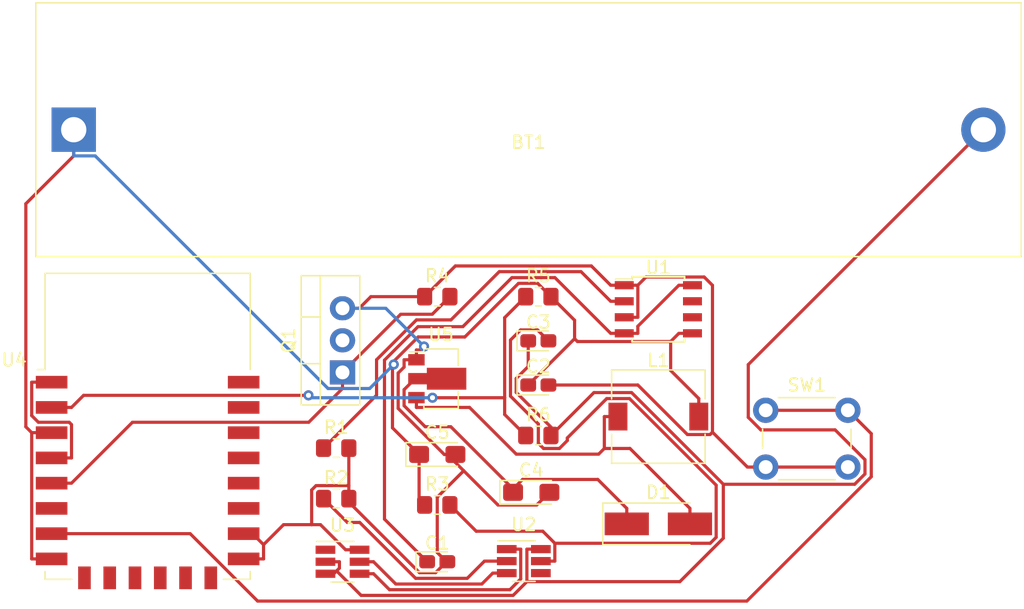
<source format=kicad_pcb>
(kicad_pcb (version 20171130) (host pcbnew "(5.1.9)-1")

  (general
    (thickness 1.6)
    (drawings 0)
    (tracks 240)
    (zones 0)
    (modules 21)
    (nets 34)
  )

  (page A4)
  (layers
    (0 F.Cu signal)
    (31 B.Cu signal)
    (32 B.Adhes user)
    (33 F.Adhes user)
    (34 B.Paste user)
    (35 F.Paste user)
    (36 B.SilkS user)
    (37 F.SilkS user)
    (38 B.Mask user)
    (39 F.Mask user)
    (40 Dwgs.User user)
    (41 Cmts.User user)
    (42 Eco1.User user)
    (43 Eco2.User user)
    (44 Edge.Cuts user)
    (45 Margin user)
    (46 B.CrtYd user)
    (47 F.CrtYd user)
    (48 B.Fab user)
    (49 F.Fab user)
  )

  (setup
    (last_trace_width 0.25)
    (trace_clearance 0.2)
    (zone_clearance 0.508)
    (zone_45_only no)
    (trace_min 0.2)
    (via_size 0.8)
    (via_drill 0.4)
    (via_min_size 0.4)
    (via_min_drill 0.3)
    (uvia_size 0.3)
    (uvia_drill 0.1)
    (uvias_allowed no)
    (uvia_min_size 0.2)
    (uvia_min_drill 0.1)
    (edge_width 0.05)
    (segment_width 0.2)
    (pcb_text_width 0.3)
    (pcb_text_size 1.5 1.5)
    (mod_edge_width 0.12)
    (mod_text_size 1 1)
    (mod_text_width 0.15)
    (pad_size 1.524 1.524)
    (pad_drill 0.762)
    (pad_to_mask_clearance 0)
    (aux_axis_origin 0 0)
    (visible_elements 7FFFFFFF)
    (pcbplotparams
      (layerselection 0x010fc_ffffffff)
      (usegerberextensions false)
      (usegerberattributes true)
      (usegerberadvancedattributes true)
      (creategerberjobfile true)
      (excludeedgelayer true)
      (linewidth 0.100000)
      (plotframeref false)
      (viasonmask false)
      (mode 1)
      (useauxorigin false)
      (hpglpennumber 1)
      (hpglpenspeed 20)
      (hpglpendiameter 15.000000)
      (psnegative false)
      (psa4output false)
      (plotreference true)
      (plotvalue true)
      (plotinvisibletext false)
      (padsonsilk false)
      (subtractmaskfromsilk false)
      (outputformat 1)
      (mirror false)
      (drillshape 1)
      (scaleselection 1)
      (outputdirectory ""))
  )

  (net 0 "")
  (net 1 "Net-(BT1-Pad2)")
  (net 2 "Net-(BT1-Pad1)")
  (net 3 "Net-(C1-Pad1)")
  (net 4 "Net-(C1-Pad2)")
  (net 5 "Net-(C3-Pad2)")
  (net 6 "Net-(C4-Pad1)")
  (net 7 "Net-(D1-Pad2)")
  (net 8 "Net-(Q1-Pad1)")
  (net 9 "Net-(J1-Pad2)")
  (net 10 "Net-(R1-Pad1)")
  (net 11 "Net-(R2-Pad1)")
  (net 12 "Net-(R5-Pad1)")
  (net 13 "Net-(SW1-Pad1)")
  (net 14 "Net-(U1-Pad6)")
  (net 15 "Net-(U1-Pad7)")
  (net 16 "Net-(U2-Pad4)")
  (net 17 "Net-(U2-Pad3)")
  (net 18 "Net-(U2-Pad1)")
  (net 19 "Net-(U3-Pad1)")
  (net 20 "Net-(U4-Pad1)")
  (net 21 "Net-(J1-Pad4)")
  (net 22 "Net-(U4-Pad9)")
  (net 23 "Net-(U4-Pad10)")
  (net 24 "Net-(U4-Pad11)")
  (net 25 "Net-(U4-Pad12)")
  (net 26 "Net-(U4-Pad13)")
  (net 27 "Net-(U4-Pad14)")
  (net 28 "Net-(J1-Pad3)")
  (net 29 "Net-(U4-Pad18)")
  (net 30 "Net-(U4-Pad19)")
  (net 31 "Net-(U4-Pad20)")
  (net 32 "Net-(U4-Pad21)")
  (net 33 "Net-(U4-Pad22)")

  (net_class Default "This is the default net class."
    (clearance 0.2)
    (trace_width 0.25)
    (via_dia 0.8)
    (via_drill 0.4)
    (uvia_dia 0.3)
    (uvia_drill 0.1)
    (add_net "Net-(BT1-Pad1)")
    (add_net "Net-(BT1-Pad2)")
    (add_net "Net-(C1-Pad1)")
    (add_net "Net-(C1-Pad2)")
    (add_net "Net-(C3-Pad2)")
    (add_net "Net-(C4-Pad1)")
    (add_net "Net-(D1-Pad2)")
    (add_net "Net-(J1-Pad2)")
    (add_net "Net-(J1-Pad3)")
    (add_net "Net-(J1-Pad4)")
    (add_net "Net-(Q1-Pad1)")
    (add_net "Net-(R1-Pad1)")
    (add_net "Net-(R2-Pad1)")
    (add_net "Net-(R5-Pad1)")
    (add_net "Net-(SW1-Pad1)")
    (add_net "Net-(U1-Pad6)")
    (add_net "Net-(U1-Pad7)")
    (add_net "Net-(U2-Pad1)")
    (add_net "Net-(U2-Pad3)")
    (add_net "Net-(U2-Pad4)")
    (add_net "Net-(U3-Pad1)")
    (add_net "Net-(U4-Pad1)")
    (add_net "Net-(U4-Pad10)")
    (add_net "Net-(U4-Pad11)")
    (add_net "Net-(U4-Pad12)")
    (add_net "Net-(U4-Pad13)")
    (add_net "Net-(U4-Pad14)")
    (add_net "Net-(U4-Pad18)")
    (add_net "Net-(U4-Pad19)")
    (add_net "Net-(U4-Pad20)")
    (add_net "Net-(U4-Pad21)")
    (add_net "Net-(U4-Pad22)")
    (add_net "Net-(U4-Pad9)")
  )

  (module Battery:BatteryHolder_MPD_BH-18650-PC2 (layer F.Cu) (tedit 5C1007C1) (tstamp 605A4674)
    (at 55.225 37.775)
    (descr "18650 Battery Holder (http://www.memoryprotectiondevices.com/datasheets/BK-18650-PC2-datasheet.pdf)")
    (tags "18650 Battery Holder")
    (path /605B063E)
    (fp_text reference BT1 (at 36 1) (layer F.SilkS)
      (effects (font (size 1 1) (thickness 0.15)))
    )
    (fp_text value Battery_Cell (at 36 -0.8) (layer F.Fab)
      (effects (font (size 1 1) (thickness 0.15)))
    )
    (fp_line (start -3 10.05) (end -3 -10.05) (layer F.SilkS) (width 0.12))
    (fp_line (start 75 10.05) (end -3 10.05) (layer F.SilkS) (width 0.12))
    (fp_line (start 75 -10.05) (end 75 10.05) (layer F.SilkS) (width 0.12))
    (fp_line (start -3 -10.05) (end 75 -10.05) (layer F.SilkS) (width 0.12))
    (fp_line (start -2.8 9.85) (end -2.8 -9.85) (layer F.Fab) (width 0.1))
    (fp_line (start 74.8 9.85) (end -2.8 9.85) (layer F.Fab) (width 0.1))
    (fp_line (start 74.8 -9.85) (end 74.8 9.85) (layer F.Fab) (width 0.1))
    (fp_line (start -2.8 -9.85) (end 74.8 -9.85) (layer F.Fab) (width 0.1))
    (fp_line (start -3.2 10.25) (end -3.2 -10.25) (layer F.CrtYd) (width 0.05))
    (fp_line (start 75.2 10.25) (end -3.2 10.25) (layer F.CrtYd) (width 0.05))
    (fp_line (start 75.2 -10.25) (end 75.2 10.25) (layer F.CrtYd) (width 0.05))
    (fp_line (start -3.2 -10.25) (end 75.2 -10.25) (layer F.CrtYd) (width 0.05))
    (fp_text user %R (at 36 -2.4) (layer F.Fab)
      (effects (font (size 1 1) (thickness 0.15)))
    )
    (pad 2 thru_hole circle (at 72 0) (size 3.5 3.5) (drill 2) (layers *.Cu *.Mask)
      (net 1 "Net-(BT1-Pad2)"))
    (pad 1 thru_hole rect (at 0 0) (size 3.5 3.5) (drill 2) (layers *.Cu *.Mask)
      (net 2 "Net-(BT1-Pad1)"))
    (pad "" np_thru_hole circle (at 8.645 0) (size 3.2 3.2) (drill 3.2) (layers *.Cu *.Mask))
    (pad "" np_thru_hole circle (at 64.255 0) (size 3.2 3.2) (drill 3.2) (layers *.Cu *.Mask))
    (model ${KISYS3DMOD}/Battery.3dshapes/BatteryHolder_MPD_BH-18650-PC2.wrl
      (at (xyz 0 0 0))
      (scale (xyz 1 1 1))
      (rotate (xyz 0 0 0))
    )
  )

  (module Capacitor_Tantalum_SMD:CP_EIA-1608-10_AVX-L_Pad1.25x1.05mm_HandSolder (layer F.Cu) (tedit 5EBA9318) (tstamp 605A4687)
    (at 84 72)
    (descr "Tantalum Capacitor SMD AVX-L (1608-10 Metric), IPC_7351 nominal, (Body size from: https://www.vishay.com/docs/48064/_t58_vmn_pt0471_1601.pdf), generated with kicad-footprint-generator")
    (tags "capacitor tantalum")
    (path /605A197A)
    (attr smd)
    (fp_text reference C1 (at 0 -1.48) (layer F.SilkS)
      (effects (font (size 1 1) (thickness 0.15)))
    )
    (fp_text value 0.1uF (at 0 1.48) (layer F.Fab)
      (effects (font (size 1 1) (thickness 0.15)))
    )
    (fp_line (start 0.8 -0.425) (end -0.5 -0.425) (layer F.Fab) (width 0.1))
    (fp_line (start -0.5 -0.425) (end -0.8 -0.125) (layer F.Fab) (width 0.1))
    (fp_line (start -0.8 -0.125) (end -0.8 0.425) (layer F.Fab) (width 0.1))
    (fp_line (start -0.8 0.425) (end 0.8 0.425) (layer F.Fab) (width 0.1))
    (fp_line (start 0.8 0.425) (end 0.8 -0.425) (layer F.Fab) (width 0.1))
    (fp_line (start 0.8 -0.785) (end -1.685 -0.785) (layer F.SilkS) (width 0.12))
    (fp_line (start -1.685 -0.785) (end -1.685 0.785) (layer F.SilkS) (width 0.12))
    (fp_line (start -1.685 0.785) (end 0.8 0.785) (layer F.SilkS) (width 0.12))
    (fp_line (start -1.68 0.78) (end -1.68 -0.78) (layer F.CrtYd) (width 0.05))
    (fp_line (start -1.68 -0.78) (end 1.68 -0.78) (layer F.CrtYd) (width 0.05))
    (fp_line (start 1.68 -0.78) (end 1.68 0.78) (layer F.CrtYd) (width 0.05))
    (fp_line (start 1.68 0.78) (end -1.68 0.78) (layer F.CrtYd) (width 0.05))
    (fp_text user %R (at 0 0) (layer F.Fab)
      (effects (font (size 0.4 0.4) (thickness 0.06)))
    )
    (pad 1 smd roundrect (at -0.8 0) (size 1.25 1.05) (layers F.Cu F.Paste F.Mask) (roundrect_rratio 0.238095)
      (net 3 "Net-(C1-Pad1)"))
    (pad 2 smd roundrect (at 0.8 0) (size 1.25 1.05) (layers F.Cu F.Paste F.Mask) (roundrect_rratio 0.238095)
      (net 4 "Net-(C1-Pad2)"))
    (model ${KISYS3DMOD}/Capacitor_Tantalum_SMD.3dshapes/CP_EIA-1608-10_AVX-L.wrl
      (at (xyz 0 0 0))
      (scale (xyz 1 1 1))
      (rotate (xyz 0 0 0))
    )
  )

  (module Capacitor_Tantalum_SMD:CP_EIA-1608-10_AVX-L_Pad1.25x1.05mm_HandSolder (layer F.Cu) (tedit 5EBA9318) (tstamp 605A469A)
    (at 92 58)
    (descr "Tantalum Capacitor SMD AVX-L (1608-10 Metric), IPC_7351 nominal, (Body size from: https://www.vishay.com/docs/48064/_t58_vmn_pt0471_1601.pdf), generated with kicad-footprint-generator")
    (tags "capacitor tantalum")
    (path /605A2741)
    (attr smd)
    (fp_text reference C2 (at 0 -1.48) (layer F.SilkS)
      (effects (font (size 1 1) (thickness 0.15)))
    )
    (fp_text value 10uF (at 0 1.48) (layer F.Fab)
      (effects (font (size 1 1) (thickness 0.15)))
    )
    (fp_line (start 0.8 -0.425) (end -0.5 -0.425) (layer F.Fab) (width 0.1))
    (fp_line (start -0.5 -0.425) (end -0.8 -0.125) (layer F.Fab) (width 0.1))
    (fp_line (start -0.8 -0.125) (end -0.8 0.425) (layer F.Fab) (width 0.1))
    (fp_line (start -0.8 0.425) (end 0.8 0.425) (layer F.Fab) (width 0.1))
    (fp_line (start 0.8 0.425) (end 0.8 -0.425) (layer F.Fab) (width 0.1))
    (fp_line (start 0.8 -0.785) (end -1.685 -0.785) (layer F.SilkS) (width 0.12))
    (fp_line (start -1.685 -0.785) (end -1.685 0.785) (layer F.SilkS) (width 0.12))
    (fp_line (start -1.685 0.785) (end 0.8 0.785) (layer F.SilkS) (width 0.12))
    (fp_line (start -1.68 0.78) (end -1.68 -0.78) (layer F.CrtYd) (width 0.05))
    (fp_line (start -1.68 -0.78) (end 1.68 -0.78) (layer F.CrtYd) (width 0.05))
    (fp_line (start 1.68 -0.78) (end 1.68 0.78) (layer F.CrtYd) (width 0.05))
    (fp_line (start 1.68 0.78) (end -1.68 0.78) (layer F.CrtYd) (width 0.05))
    (fp_text user %R (at 0 0) (layer F.Fab)
      (effects (font (size 0.4 0.4) (thickness 0.06)))
    )
    (pad 1 smd roundrect (at -0.8 0) (size 1.25 1.05) (layers F.Cu F.Paste F.Mask) (roundrect_rratio 0.238095)
      (net 2 "Net-(BT1-Pad1)"))
    (pad 2 smd roundrect (at 0.8 0) (size 1.25 1.05) (layers F.Cu F.Paste F.Mask) (roundrect_rratio 0.238095)
      (net 4 "Net-(C1-Pad2)"))
    (model ${KISYS3DMOD}/Capacitor_Tantalum_SMD.3dshapes/CP_EIA-1608-10_AVX-L.wrl
      (at (xyz 0 0 0))
      (scale (xyz 1 1 1))
      (rotate (xyz 0 0 0))
    )
  )

  (module Capacitor_Tantalum_SMD:CP_EIA-1608-10_AVX-L_Pad1.25x1.05mm_HandSolder (layer F.Cu) (tedit 5EBA9318) (tstamp 605A46AD)
    (at 92 54.5)
    (descr "Tantalum Capacitor SMD AVX-L (1608-10 Metric), IPC_7351 nominal, (Body size from: https://www.vishay.com/docs/48064/_t58_vmn_pt0471_1601.pdf), generated with kicad-footprint-generator")
    (tags "capacitor tantalum")
    (path /605AC685)
    (attr smd)
    (fp_text reference C3 (at 0 -1.48) (layer F.SilkS)
      (effects (font (size 1 1) (thickness 0.15)))
    )
    (fp_text value 0.1uF (at 0 1.48) (layer F.Fab)
      (effects (font (size 1 1) (thickness 0.15)))
    )
    (fp_line (start 1.68 0.78) (end -1.68 0.78) (layer F.CrtYd) (width 0.05))
    (fp_line (start 1.68 -0.78) (end 1.68 0.78) (layer F.CrtYd) (width 0.05))
    (fp_line (start -1.68 -0.78) (end 1.68 -0.78) (layer F.CrtYd) (width 0.05))
    (fp_line (start -1.68 0.78) (end -1.68 -0.78) (layer F.CrtYd) (width 0.05))
    (fp_line (start -1.685 0.785) (end 0.8 0.785) (layer F.SilkS) (width 0.12))
    (fp_line (start -1.685 -0.785) (end -1.685 0.785) (layer F.SilkS) (width 0.12))
    (fp_line (start 0.8 -0.785) (end -1.685 -0.785) (layer F.SilkS) (width 0.12))
    (fp_line (start 0.8 0.425) (end 0.8 -0.425) (layer F.Fab) (width 0.1))
    (fp_line (start -0.8 0.425) (end 0.8 0.425) (layer F.Fab) (width 0.1))
    (fp_line (start -0.8 -0.125) (end -0.8 0.425) (layer F.Fab) (width 0.1))
    (fp_line (start -0.5 -0.425) (end -0.8 -0.125) (layer F.Fab) (width 0.1))
    (fp_line (start 0.8 -0.425) (end -0.5 -0.425) (layer F.Fab) (width 0.1))
    (fp_text user %R (at 0 0) (layer F.Fab)
      (effects (font (size 0.4 0.4) (thickness 0.06)))
    )
    (pad 2 smd roundrect (at 0.8 0) (size 1.25 1.05) (layers F.Cu F.Paste F.Mask) (roundrect_rratio 0.238095)
      (net 5 "Net-(C3-Pad2)"))
    (pad 1 smd roundrect (at -0.8 0) (size 1.25 1.05) (layers F.Cu F.Paste F.Mask) (roundrect_rratio 0.238095)
      (net 1 "Net-(BT1-Pad2)"))
    (model ${KISYS3DMOD}/Capacitor_Tantalum_SMD.3dshapes/CP_EIA-1608-10_AVX-L.wrl
      (at (xyz 0 0 0))
      (scale (xyz 1 1 1))
      (rotate (xyz 0 0 0))
    )
  )

  (module Capacitor_Tantalum_SMD:CP_EIA-3216-18_Kemet-A_Pad1.58x1.35mm_HandSolder (layer F.Cu) (tedit 5EBA9318) (tstamp 605A46C0)
    (at 91.4375 66.5)
    (descr "Tantalum Capacitor SMD Kemet-A (3216-18 Metric), IPC_7351 nominal, (Body size from: http://www.kemet.com/Lists/ProductCatalog/Attachments/253/KEM_TC101_STD.pdf), generated with kicad-footprint-generator")
    (tags "capacitor tantalum")
    (path /605CDF83)
    (attr smd)
    (fp_text reference C4 (at 0 -1.75) (layer F.SilkS)
      (effects (font (size 1 1) (thickness 0.15)))
    )
    (fp_text value 22uF (at 0 1.75) (layer F.Fab)
      (effects (font (size 1 1) (thickness 0.15)))
    )
    (fp_line (start 2.48 1.05) (end -2.48 1.05) (layer F.CrtYd) (width 0.05))
    (fp_line (start 2.48 -1.05) (end 2.48 1.05) (layer F.CrtYd) (width 0.05))
    (fp_line (start -2.48 -1.05) (end 2.48 -1.05) (layer F.CrtYd) (width 0.05))
    (fp_line (start -2.48 1.05) (end -2.48 -1.05) (layer F.CrtYd) (width 0.05))
    (fp_line (start -2.485 0.935) (end 1.6 0.935) (layer F.SilkS) (width 0.12))
    (fp_line (start -2.485 -0.935) (end -2.485 0.935) (layer F.SilkS) (width 0.12))
    (fp_line (start 1.6 -0.935) (end -2.485 -0.935) (layer F.SilkS) (width 0.12))
    (fp_line (start 1.6 0.8) (end 1.6 -0.8) (layer F.Fab) (width 0.1))
    (fp_line (start -1.6 0.8) (end 1.6 0.8) (layer F.Fab) (width 0.1))
    (fp_line (start -1.6 -0.4) (end -1.6 0.8) (layer F.Fab) (width 0.1))
    (fp_line (start -1.2 -0.8) (end -1.6 -0.4) (layer F.Fab) (width 0.1))
    (fp_line (start 1.6 -0.8) (end -1.2 -0.8) (layer F.Fab) (width 0.1))
    (fp_text user %R (at -0.5 0.5) (layer F.Fab)
      (effects (font (size 0.8 0.8) (thickness 0.12)))
    )
    (pad 2 smd roundrect (at 1.4375 0) (size 1.575 1.35) (layers F.Cu F.Paste F.Mask) (roundrect_rratio 0.185185)
      (net 4 "Net-(C1-Pad2)"))
    (pad 1 smd roundrect (at -1.4375 0) (size 1.575 1.35) (layers F.Cu F.Paste F.Mask) (roundrect_rratio 0.185185)
      (net 6 "Net-(C4-Pad1)"))
    (model ${KISYS3DMOD}/Capacitor_Tantalum_SMD.3dshapes/CP_EIA-3216-18_Kemet-A.wrl
      (at (xyz 0 0 0))
      (scale (xyz 1 1 1))
      (rotate (xyz 0 0 0))
    )
  )

  (module Capacitor_Tantalum_SMD:CP_EIA-3216-18_Kemet-A_Pad1.58x1.35mm_HandSolder (layer F.Cu) (tedit 5EBA9318) (tstamp 605A46D3)
    (at 84 63.5)
    (descr "Tantalum Capacitor SMD Kemet-A (3216-18 Metric), IPC_7351 nominal, (Body size from: http://www.kemet.com/Lists/ProductCatalog/Attachments/253/KEM_TC101_STD.pdf), generated with kicad-footprint-generator")
    (tags "capacitor tantalum")
    (path /605C328A)
    (attr smd)
    (fp_text reference C5 (at 0 -1.75) (layer F.SilkS)
      (effects (font (size 1 1) (thickness 0.15)))
    )
    (fp_text value 47uF (at 0 1.75) (layer F.Fab)
      (effects (font (size 1 1) (thickness 0.15)))
    )
    (fp_line (start 1.6 -0.8) (end -1.2 -0.8) (layer F.Fab) (width 0.1))
    (fp_line (start -1.2 -0.8) (end -1.6 -0.4) (layer F.Fab) (width 0.1))
    (fp_line (start -1.6 -0.4) (end -1.6 0.8) (layer F.Fab) (width 0.1))
    (fp_line (start -1.6 0.8) (end 1.6 0.8) (layer F.Fab) (width 0.1))
    (fp_line (start 1.6 0.8) (end 1.6 -0.8) (layer F.Fab) (width 0.1))
    (fp_line (start 1.6 -0.935) (end -2.485 -0.935) (layer F.SilkS) (width 0.12))
    (fp_line (start -2.485 -0.935) (end -2.485 0.935) (layer F.SilkS) (width 0.12))
    (fp_line (start -2.485 0.935) (end 1.6 0.935) (layer F.SilkS) (width 0.12))
    (fp_line (start -2.48 1.05) (end -2.48 -1.05) (layer F.CrtYd) (width 0.05))
    (fp_line (start -2.48 -1.05) (end 2.48 -1.05) (layer F.CrtYd) (width 0.05))
    (fp_line (start 2.48 -1.05) (end 2.48 1.05) (layer F.CrtYd) (width 0.05))
    (fp_line (start 2.48 1.05) (end -2.48 1.05) (layer F.CrtYd) (width 0.05))
    (fp_text user %R (at 0 0) (layer F.Fab)
      (effects (font (size 0.8 0.8) (thickness 0.12)))
    )
    (pad 1 smd roundrect (at -1.4375 0) (size 1.575 1.35) (layers F.Cu F.Paste F.Mask) (roundrect_rratio 0.185185)
      (net 2 "Net-(BT1-Pad1)"))
    (pad 2 smd roundrect (at 1.4375 0) (size 1.575 1.35) (layers F.Cu F.Paste F.Mask) (roundrect_rratio 0.185185)
      (net 4 "Net-(C1-Pad2)"))
    (model ${KISYS3DMOD}/Capacitor_Tantalum_SMD.3dshapes/CP_EIA-3216-18_Kemet-A.wrl
      (at (xyz 0 0 0))
      (scale (xyz 1 1 1))
      (rotate (xyz 0 0 0))
    )
  )

  (module Diode_SMD:D_SMA_Handsoldering (layer F.Cu) (tedit 58643398) (tstamp 605A46EB)
    (at 101.5 69)
    (descr "Diode SMA (DO-214AC) Handsoldering")
    (tags "Diode SMA (DO-214AC) Handsoldering")
    (path /605C6A55)
    (attr smd)
    (fp_text reference D1 (at 0 -2.5) (layer F.SilkS)
      (effects (font (size 1 1) (thickness 0.15)))
    )
    (fp_text value D_Schottky (at 0 2.6) (layer F.Fab)
      (effects (font (size 1 1) (thickness 0.15)))
    )
    (fp_line (start -4.4 -1.65) (end -4.4 1.65) (layer F.SilkS) (width 0.12))
    (fp_line (start 2.3 1.5) (end -2.3 1.5) (layer F.Fab) (width 0.1))
    (fp_line (start -2.3 1.5) (end -2.3 -1.5) (layer F.Fab) (width 0.1))
    (fp_line (start 2.3 -1.5) (end 2.3 1.5) (layer F.Fab) (width 0.1))
    (fp_line (start 2.3 -1.5) (end -2.3 -1.5) (layer F.Fab) (width 0.1))
    (fp_line (start -4.5 -1.75) (end 4.5 -1.75) (layer F.CrtYd) (width 0.05))
    (fp_line (start 4.5 -1.75) (end 4.5 1.75) (layer F.CrtYd) (width 0.05))
    (fp_line (start 4.5 1.75) (end -4.5 1.75) (layer F.CrtYd) (width 0.05))
    (fp_line (start -4.5 1.75) (end -4.5 -1.75) (layer F.CrtYd) (width 0.05))
    (fp_line (start -0.64944 0.00102) (end -1.55114 0.00102) (layer F.Fab) (width 0.1))
    (fp_line (start 0.50118 0.00102) (end 1.4994 0.00102) (layer F.Fab) (width 0.1))
    (fp_line (start -0.64944 -0.79908) (end -0.64944 0.80112) (layer F.Fab) (width 0.1))
    (fp_line (start 0.50118 0.75032) (end 0.50118 -0.79908) (layer F.Fab) (width 0.1))
    (fp_line (start -0.64944 0.00102) (end 0.50118 0.75032) (layer F.Fab) (width 0.1))
    (fp_line (start -0.64944 0.00102) (end 0.50118 -0.79908) (layer F.Fab) (width 0.1))
    (fp_line (start -4.4 1.65) (end 2.5 1.65) (layer F.SilkS) (width 0.12))
    (fp_line (start -4.4 -1.65) (end 2.5 -1.65) (layer F.SilkS) (width 0.12))
    (fp_text user %R (at 0 -2.5) (layer F.Fab)
      (effects (font (size 1 1) (thickness 0.15)))
    )
    (pad 1 smd rect (at -2.5 0) (size 3.5 1.8) (layers F.Cu F.Paste F.Mask)
      (net 6 "Net-(C4-Pad1)"))
    (pad 2 smd rect (at 2.5 0) (size 3.5 1.8) (layers F.Cu F.Paste F.Mask)
      (net 7 "Net-(D1-Pad2)"))
    (model ${KISYS3DMOD}/Diode_SMD.3dshapes/D_SMA.wrl
      (at (xyz 0 0 0))
      (scale (xyz 1 1 1))
      (rotate (xyz 0 0 0))
    )
  )

  (module Inductor_SMD:L_7.3x7.3_H4.5 (layer F.Cu) (tedit 5990349C) (tstamp 605A4704)
    (at 101.5 60.5)
    (descr "Choke, SMD, 7.3x7.3mm 4.5mm height")
    (tags "Choke SMD")
    (path /605BFB6F)
    (attr smd)
    (fp_text reference L1 (at 0 -4.45) (layer F.SilkS)
      (effects (font (size 1 1) (thickness 0.15)))
    )
    (fp_text value 100uH (at 0 4.45) (layer F.Fab)
      (effects (font (size 1 1) (thickness 0.15)))
    )
    (fp_line (start 3.7 1.4) (end 3.7 3.7) (layer F.SilkS) (width 0.12))
    (fp_line (start 3.7 3.7) (end -3.7 3.7) (layer F.SilkS) (width 0.12))
    (fp_line (start -3.7 3.7) (end -3.7 1.4) (layer F.SilkS) (width 0.12))
    (fp_line (start -3.7 -1.4) (end -3.7 -3.7) (layer F.SilkS) (width 0.12))
    (fp_line (start -3.7 -3.7) (end 3.7 -3.7) (layer F.SilkS) (width 0.12))
    (fp_line (start 3.7 -3.7) (end 3.7 -1.4) (layer F.SilkS) (width 0.12))
    (fp_line (start -4.2 -3.9) (end -4.2 3.9) (layer F.CrtYd) (width 0.05))
    (fp_line (start -4.2 3.9) (end 4.2 3.9) (layer F.CrtYd) (width 0.05))
    (fp_line (start 4.2 3.9) (end 4.2 -3.9) (layer F.CrtYd) (width 0.05))
    (fp_line (start 4.2 -3.9) (end -4.2 -3.9) (layer F.CrtYd) (width 0.05))
    (fp_line (start 3.65 3.65) (end 3.65 1.4) (layer F.Fab) (width 0.1))
    (fp_line (start 3.65 -3.65) (end 3.65 -1.4) (layer F.Fab) (width 0.1))
    (fp_line (start -3.65 3.65) (end -3.65 1.4) (layer F.Fab) (width 0.1))
    (fp_line (start -3.65 -3.65) (end -3.65 -1.4) (layer F.Fab) (width 0.1))
    (fp_line (start 3.65 3.65) (end -3.65 3.65) (layer F.Fab) (width 0.1))
    (fp_line (start -3.65 -3.65) (end 3.65 -3.65) (layer F.Fab) (width 0.1))
    (fp_text user %R (at 0 0) (layer F.Fab)
      (effects (font (size 1 1) (thickness 0.15)))
    )
    (fp_arc (start 0 0) (end 2.29 2.29) (angle 90) (layer F.Fab) (width 0.1))
    (fp_arc (start 0 0) (end -2.29 -2.29) (angle 90) (layer F.Fab) (width 0.1))
    (pad 1 smd rect (at -3.2 0) (size 1.5 2.2) (layers F.Cu F.Paste F.Mask)
      (net 7 "Net-(D1-Pad2)"))
    (pad 2 smd rect (at 3.2 0) (size 1.5 2.2) (layers F.Cu F.Paste F.Mask)
      (net 2 "Net-(BT1-Pad1)"))
    (model ${KISYS3DMOD}/Inductor_SMD.3dshapes/L_7.3x7.3_H4.5.wrl
      (at (xyz 0 0 0))
      (scale (xyz 1 1 1))
      (rotate (xyz 0 0 0))
    )
  )

  (module Package_TO_SOT_THT:TO-220-3_Vertical (layer F.Cu) (tedit 5AC8BA0D) (tstamp 605A471E)
    (at 76.5 57 90)
    (descr "TO-220-3, Vertical, RM 2.54mm, see https://www.vishay.com/docs/66542/to-220-1.pdf")
    (tags "TO-220-3 Vertical RM 2.54mm")
    (path /605B3425)
    (fp_text reference Q1 (at 2.54 -4.27 90) (layer F.SilkS)
      (effects (font (size 1 1) (thickness 0.15)))
    )
    (fp_text value IRLZ44N (at 2.54 2.5 90) (layer F.Fab)
      (effects (font (size 1 1) (thickness 0.15)))
    )
    (fp_line (start -2.46 -3.15) (end -2.46 1.25) (layer F.Fab) (width 0.1))
    (fp_line (start -2.46 1.25) (end 7.54 1.25) (layer F.Fab) (width 0.1))
    (fp_line (start 7.54 1.25) (end 7.54 -3.15) (layer F.Fab) (width 0.1))
    (fp_line (start 7.54 -3.15) (end -2.46 -3.15) (layer F.Fab) (width 0.1))
    (fp_line (start -2.46 -1.88) (end 7.54 -1.88) (layer F.Fab) (width 0.1))
    (fp_line (start 0.69 -3.15) (end 0.69 -1.88) (layer F.Fab) (width 0.1))
    (fp_line (start 4.39 -3.15) (end 4.39 -1.88) (layer F.Fab) (width 0.1))
    (fp_line (start -2.58 -3.27) (end 7.66 -3.27) (layer F.SilkS) (width 0.12))
    (fp_line (start -2.58 1.371) (end 7.66 1.371) (layer F.SilkS) (width 0.12))
    (fp_line (start -2.58 -3.27) (end -2.58 1.371) (layer F.SilkS) (width 0.12))
    (fp_line (start 7.66 -3.27) (end 7.66 1.371) (layer F.SilkS) (width 0.12))
    (fp_line (start -2.58 -1.76) (end 7.66 -1.76) (layer F.SilkS) (width 0.12))
    (fp_line (start 0.69 -3.27) (end 0.69 -1.76) (layer F.SilkS) (width 0.12))
    (fp_line (start 4.391 -3.27) (end 4.391 -1.76) (layer F.SilkS) (width 0.12))
    (fp_line (start -2.71 -3.4) (end -2.71 1.51) (layer F.CrtYd) (width 0.05))
    (fp_line (start -2.71 1.51) (end 7.79 1.51) (layer F.CrtYd) (width 0.05))
    (fp_line (start 7.79 1.51) (end 7.79 -3.4) (layer F.CrtYd) (width 0.05))
    (fp_line (start 7.79 -3.4) (end -2.71 -3.4) (layer F.CrtYd) (width 0.05))
    (fp_text user %R (at 2.54 -4.27 90) (layer F.Fab)
      (effects (font (size 1 1) (thickness 0.15)))
    )
    (pad 1 thru_hole rect (at 0 0 90) (size 1.905 2) (drill 1.1) (layers *.Cu *.Mask)
      (net 8 "Net-(Q1-Pad1)"))
    (pad 2 thru_hole oval (at 2.54 0 90) (size 1.905 2) (drill 1.1) (layers *.Cu *.Mask)
      (net 9 "Net-(J1-Pad2)"))
    (pad 3 thru_hole oval (at 5.08 0 90) (size 1.905 2) (drill 1.1) (layers *.Cu *.Mask)
      (net 4 "Net-(C1-Pad2)"))
    (model ${KISYS3DMOD}/Package_TO_SOT_THT.3dshapes/TO-220-3_Vertical.wrl
      (at (xyz 0 0 0))
      (scale (xyz 1 1 1))
      (rotate (xyz 0 0 0))
    )
  )

  (module Resistor_SMD:R_0805_2012Metric_Pad1.20x1.40mm_HandSolder (layer F.Cu) (tedit 5F68FEEE) (tstamp 605A472F)
    (at 76 63)
    (descr "Resistor SMD 0805 (2012 Metric), square (rectangular) end terminal, IPC_7351 nominal with elongated pad for handsoldering. (Body size source: IPC-SM-782 page 72, https://www.pcb-3d.com/wordpress/wp-content/uploads/ipc-sm-782a_amendment_1_and_2.pdf), generated with kicad-footprint-generator")
    (tags "resistor handsolder")
    (path /605A11AD)
    (attr smd)
    (fp_text reference R1 (at 0 -1.65) (layer F.SilkS)
      (effects (font (size 1 1) (thickness 0.15)))
    )
    (fp_text value 10k (at 0 1.65) (layer F.Fab)
      (effects (font (size 1 1) (thickness 0.15)))
    )
    (fp_line (start 1.85 0.95) (end -1.85 0.95) (layer F.CrtYd) (width 0.05))
    (fp_line (start 1.85 -0.95) (end 1.85 0.95) (layer F.CrtYd) (width 0.05))
    (fp_line (start -1.85 -0.95) (end 1.85 -0.95) (layer F.CrtYd) (width 0.05))
    (fp_line (start -1.85 0.95) (end -1.85 -0.95) (layer F.CrtYd) (width 0.05))
    (fp_line (start -0.227064 0.735) (end 0.227064 0.735) (layer F.SilkS) (width 0.12))
    (fp_line (start -0.227064 -0.735) (end 0.227064 -0.735) (layer F.SilkS) (width 0.12))
    (fp_line (start 1 0.625) (end -1 0.625) (layer F.Fab) (width 0.1))
    (fp_line (start 1 -0.625) (end 1 0.625) (layer F.Fab) (width 0.1))
    (fp_line (start -1 -0.625) (end 1 -0.625) (layer F.Fab) (width 0.1))
    (fp_line (start -1 0.625) (end -1 -0.625) (layer F.Fab) (width 0.1))
    (fp_text user %R (at 0 0) (layer F.Fab)
      (effects (font (size 0.5 0.5) (thickness 0.08)))
    )
    (pad 2 smd roundrect (at 1 0) (size 1.2 1.4) (layers F.Cu F.Paste F.Mask) (roundrect_rratio 0.208333)
      (net 4 "Net-(C1-Pad2)"))
    (pad 1 smd roundrect (at -1 0) (size 1.2 1.4) (layers F.Cu F.Paste F.Mask) (roundrect_rratio 0.208333)
      (net 10 "Net-(R1-Pad1)"))
    (model ${KISYS3DMOD}/Resistor_SMD.3dshapes/R_0805_2012Metric.wrl
      (at (xyz 0 0 0))
      (scale (xyz 1 1 1))
      (rotate (xyz 0 0 0))
    )
  )

  (module Resistor_SMD:R_0805_2012Metric_Pad1.20x1.40mm_HandSolder (layer F.Cu) (tedit 5F68FEEE) (tstamp 605A4740)
    (at 76 67)
    (descr "Resistor SMD 0805 (2012 Metric), square (rectangular) end terminal, IPC_7351 nominal with elongated pad for handsoldering. (Body size source: IPC-SM-782 page 72, https://www.pcb-3d.com/wordpress/wp-content/uploads/ipc-sm-782a_amendment_1_and_2.pdf), generated with kicad-footprint-generator")
    (tags "resistor handsolder")
    (path /605A7ED3)
    (attr smd)
    (fp_text reference R2 (at 0 -1.65) (layer F.SilkS)
      (effects (font (size 1 1) (thickness 0.15)))
    )
    (fp_text value 1k (at 0 1.65) (layer F.Fab)
      (effects (font (size 1 1) (thickness 0.15)))
    )
    (fp_line (start 1.85 0.95) (end -1.85 0.95) (layer F.CrtYd) (width 0.05))
    (fp_line (start 1.85 -0.95) (end 1.85 0.95) (layer F.CrtYd) (width 0.05))
    (fp_line (start -1.85 -0.95) (end 1.85 -0.95) (layer F.CrtYd) (width 0.05))
    (fp_line (start -1.85 0.95) (end -1.85 -0.95) (layer F.CrtYd) (width 0.05))
    (fp_line (start -0.227064 0.735) (end 0.227064 0.735) (layer F.SilkS) (width 0.12))
    (fp_line (start -0.227064 -0.735) (end 0.227064 -0.735) (layer F.SilkS) (width 0.12))
    (fp_line (start 1 0.625) (end -1 0.625) (layer F.Fab) (width 0.1))
    (fp_line (start 1 -0.625) (end 1 0.625) (layer F.Fab) (width 0.1))
    (fp_line (start -1 -0.625) (end 1 -0.625) (layer F.Fab) (width 0.1))
    (fp_line (start -1 0.625) (end -1 -0.625) (layer F.Fab) (width 0.1))
    (fp_text user %R (at 0 0) (layer F.Fab)
      (effects (font (size 0.5 0.5) (thickness 0.08)))
    )
    (pad 2 smd roundrect (at 1 0) (size 1.2 1.4) (layers F.Cu F.Paste F.Mask) (roundrect_rratio 0.208333)
      (net 4 "Net-(C1-Pad2)"))
    (pad 1 smd roundrect (at -1 0) (size 1.2 1.4) (layers F.Cu F.Paste F.Mask) (roundrect_rratio 0.208333)
      (net 11 "Net-(R2-Pad1)"))
    (model ${KISYS3DMOD}/Resistor_SMD.3dshapes/R_0805_2012Metric.wrl
      (at (xyz 0 0 0))
      (scale (xyz 1 1 1))
      (rotate (xyz 0 0 0))
    )
  )

  (module Resistor_SMD:R_0805_2012Metric_Pad1.20x1.40mm_HandSolder (layer F.Cu) (tedit 5F68FEEE) (tstamp 605A4751)
    (at 84 67.5)
    (descr "Resistor SMD 0805 (2012 Metric), square (rectangular) end terminal, IPC_7351 nominal with elongated pad for handsoldering. (Body size source: IPC-SM-782 page 72, https://www.pcb-3d.com/wordpress/wp-content/uploads/ipc-sm-782a_amendment_1_and_2.pdf), generated with kicad-footprint-generator")
    (tags "resistor handsolder")
    (path /605AAB9D)
    (attr smd)
    (fp_text reference R3 (at 0 -1.65) (layer F.SilkS)
      (effects (font (size 1 1) (thickness 0.15)))
    )
    (fp_text value 100 (at 0 1.65) (layer F.Fab)
      (effects (font (size 1 1) (thickness 0.15)))
    )
    (fp_line (start -1 0.625) (end -1 -0.625) (layer F.Fab) (width 0.1))
    (fp_line (start -1 -0.625) (end 1 -0.625) (layer F.Fab) (width 0.1))
    (fp_line (start 1 -0.625) (end 1 0.625) (layer F.Fab) (width 0.1))
    (fp_line (start 1 0.625) (end -1 0.625) (layer F.Fab) (width 0.1))
    (fp_line (start -0.227064 -0.735) (end 0.227064 -0.735) (layer F.SilkS) (width 0.12))
    (fp_line (start -0.227064 0.735) (end 0.227064 0.735) (layer F.SilkS) (width 0.12))
    (fp_line (start -1.85 0.95) (end -1.85 -0.95) (layer F.CrtYd) (width 0.05))
    (fp_line (start -1.85 -0.95) (end 1.85 -0.95) (layer F.CrtYd) (width 0.05))
    (fp_line (start 1.85 -0.95) (end 1.85 0.95) (layer F.CrtYd) (width 0.05))
    (fp_line (start 1.85 0.95) (end -1.85 0.95) (layer F.CrtYd) (width 0.05))
    (fp_text user %R (at 0 0) (layer F.Fab)
      (effects (font (size 0.5 0.5) (thickness 0.08)))
    )
    (pad 1 smd roundrect (at -1 0) (size 1.2 1.4) (layers F.Cu F.Paste F.Mask) (roundrect_rratio 0.208333)
      (net 2 "Net-(BT1-Pad1)"))
    (pad 2 smd roundrect (at 1 0) (size 1.2 1.4) (layers F.Cu F.Paste F.Mask) (roundrect_rratio 0.208333)
      (net 5 "Net-(C3-Pad2)"))
    (model ${KISYS3DMOD}/Resistor_SMD.3dshapes/R_0805_2012Metric.wrl
      (at (xyz 0 0 0))
      (scale (xyz 1 1 1))
      (rotate (xyz 0 0 0))
    )
  )

  (module Resistor_SMD:R_0805_2012Metric_Pad1.20x1.40mm_HandSolder (layer F.Cu) (tedit 5F68FEEE) (tstamp 605A4762)
    (at 84 51)
    (descr "Resistor SMD 0805 (2012 Metric), square (rectangular) end terminal, IPC_7351 nominal with elongated pad for handsoldering. (Body size source: IPC-SM-782 page 72, https://www.pcb-3d.com/wordpress/wp-content/uploads/ipc-sm-782a_amendment_1_and_2.pdf), generated with kicad-footprint-generator")
    (tags "resistor handsolder")
    (path /6060EB0B)
    (attr smd)
    (fp_text reference R4 (at 0 -1.65) (layer F.SilkS)
      (effects (font (size 1 1) (thickness 0.15)))
    )
    (fp_text value 10k (at 0 1.65) (layer F.Fab)
      (effects (font (size 1 1) (thickness 0.15)))
    )
    (fp_line (start -1 0.625) (end -1 -0.625) (layer F.Fab) (width 0.1))
    (fp_line (start -1 -0.625) (end 1 -0.625) (layer F.Fab) (width 0.1))
    (fp_line (start 1 -0.625) (end 1 0.625) (layer F.Fab) (width 0.1))
    (fp_line (start 1 0.625) (end -1 0.625) (layer F.Fab) (width 0.1))
    (fp_line (start -0.227064 -0.735) (end 0.227064 -0.735) (layer F.SilkS) (width 0.12))
    (fp_line (start -0.227064 0.735) (end 0.227064 0.735) (layer F.SilkS) (width 0.12))
    (fp_line (start -1.85 0.95) (end -1.85 -0.95) (layer F.CrtYd) (width 0.05))
    (fp_line (start -1.85 -0.95) (end 1.85 -0.95) (layer F.CrtYd) (width 0.05))
    (fp_line (start 1.85 -0.95) (end 1.85 0.95) (layer F.CrtYd) (width 0.05))
    (fp_line (start 1.85 0.95) (end -1.85 0.95) (layer F.CrtYd) (width 0.05))
    (fp_text user %R (at 0 0) (layer F.Fab)
      (effects (font (size 0.5 0.5) (thickness 0.08)))
    )
    (pad 1 smd roundrect (at -1 0) (size 1.2 1.4) (layers F.Cu F.Paste F.Mask) (roundrect_rratio 0.208333)
      (net 4 "Net-(C1-Pad2)"))
    (pad 2 smd roundrect (at 1 0) (size 1.2 1.4) (layers F.Cu F.Paste F.Mask) (roundrect_rratio 0.208333)
      (net 8 "Net-(Q1-Pad1)"))
    (model ${KISYS3DMOD}/Resistor_SMD.3dshapes/R_0805_2012Metric.wrl
      (at (xyz 0 0 0))
      (scale (xyz 1 1 1))
      (rotate (xyz 0 0 0))
    )
  )

  (module Resistor_SMD:R_0805_2012Metric_Pad1.20x1.40mm_HandSolder (layer F.Cu) (tedit 5F68FEEE) (tstamp 605A4773)
    (at 92 51)
    (descr "Resistor SMD 0805 (2012 Metric), square (rectangular) end terminal, IPC_7351 nominal with elongated pad for handsoldering. (Body size source: IPC-SM-782 page 72, https://www.pcb-3d.com/wordpress/wp-content/uploads/ipc-sm-782a_amendment_1_and_2.pdf), generated with kicad-footprint-generator")
    (tags "resistor handsolder")
    (path /60622A37)
    (attr smd)
    (fp_text reference R5 (at 0 -1.65) (layer F.SilkS)
      (effects (font (size 1 1) (thickness 0.15)))
    )
    (fp_text value 330k (at 0 1.65) (layer F.Fab)
      (effects (font (size 1 1) (thickness 0.15)))
    )
    (fp_line (start 1.85 0.95) (end -1.85 0.95) (layer F.CrtYd) (width 0.05))
    (fp_line (start 1.85 -0.95) (end 1.85 0.95) (layer F.CrtYd) (width 0.05))
    (fp_line (start -1.85 -0.95) (end 1.85 -0.95) (layer F.CrtYd) (width 0.05))
    (fp_line (start -1.85 0.95) (end -1.85 -0.95) (layer F.CrtYd) (width 0.05))
    (fp_line (start -0.227064 0.735) (end 0.227064 0.735) (layer F.SilkS) (width 0.12))
    (fp_line (start -0.227064 -0.735) (end 0.227064 -0.735) (layer F.SilkS) (width 0.12))
    (fp_line (start 1 0.625) (end -1 0.625) (layer F.Fab) (width 0.1))
    (fp_line (start 1 -0.625) (end 1 0.625) (layer F.Fab) (width 0.1))
    (fp_line (start -1 -0.625) (end 1 -0.625) (layer F.Fab) (width 0.1))
    (fp_line (start -1 0.625) (end -1 -0.625) (layer F.Fab) (width 0.1))
    (fp_text user %R (at 0 0) (layer F.Fab)
      (effects (font (size 0.5 0.5) (thickness 0.08)))
    )
    (pad 2 smd roundrect (at 1 0) (size 1.2 1.4) (layers F.Cu F.Paste F.Mask) (roundrect_rratio 0.208333)
      (net 2 "Net-(BT1-Pad1)"))
    (pad 1 smd roundrect (at -1 0) (size 1.2 1.4) (layers F.Cu F.Paste F.Mask) (roundrect_rratio 0.208333)
      (net 12 "Net-(R5-Pad1)"))
    (model ${KISYS3DMOD}/Resistor_SMD.3dshapes/R_0805_2012Metric.wrl
      (at (xyz 0 0 0))
      (scale (xyz 1 1 1))
      (rotate (xyz 0 0 0))
    )
  )

  (module Resistor_SMD:R_0805_2012Metric_Pad1.20x1.40mm_HandSolder (layer F.Cu) (tedit 5F68FEEE) (tstamp 605A4784)
    (at 92 62)
    (descr "Resistor SMD 0805 (2012 Metric), square (rectangular) end terminal, IPC_7351 nominal with elongated pad for handsoldering. (Body size source: IPC-SM-782 page 72, https://www.pcb-3d.com/wordpress/wp-content/uploads/ipc-sm-782a_amendment_1_and_2.pdf), generated with kicad-footprint-generator")
    (tags "resistor handsolder")
    (path /60622EF8)
    (attr smd)
    (fp_text reference R6 (at 0 -1.65) (layer F.SilkS)
      (effects (font (size 1 1) (thickness 0.15)))
    )
    (fp_text value 100k (at 0 1.65) (layer F.Fab)
      (effects (font (size 1 1) (thickness 0.15)))
    )
    (fp_line (start -1 0.625) (end -1 -0.625) (layer F.Fab) (width 0.1))
    (fp_line (start -1 -0.625) (end 1 -0.625) (layer F.Fab) (width 0.1))
    (fp_line (start 1 -0.625) (end 1 0.625) (layer F.Fab) (width 0.1))
    (fp_line (start 1 0.625) (end -1 0.625) (layer F.Fab) (width 0.1))
    (fp_line (start -0.227064 -0.735) (end 0.227064 -0.735) (layer F.SilkS) (width 0.12))
    (fp_line (start -0.227064 0.735) (end 0.227064 0.735) (layer F.SilkS) (width 0.12))
    (fp_line (start -1.85 0.95) (end -1.85 -0.95) (layer F.CrtYd) (width 0.05))
    (fp_line (start -1.85 -0.95) (end 1.85 -0.95) (layer F.CrtYd) (width 0.05))
    (fp_line (start 1.85 -0.95) (end 1.85 0.95) (layer F.CrtYd) (width 0.05))
    (fp_line (start 1.85 0.95) (end -1.85 0.95) (layer F.CrtYd) (width 0.05))
    (fp_text user %R (at 0 0) (layer F.Fab)
      (effects (font (size 0.5 0.5) (thickness 0.08)))
    )
    (pad 1 smd roundrect (at -1 0) (size 1.2 1.4) (layers F.Cu F.Paste F.Mask) (roundrect_rratio 0.208333)
      (net 12 "Net-(R5-Pad1)"))
    (pad 2 smd roundrect (at 1 0) (size 1.2 1.4) (layers F.Cu F.Paste F.Mask) (roundrect_rratio 0.208333)
      (net 1 "Net-(BT1-Pad2)"))
    (model ${KISYS3DMOD}/Resistor_SMD.3dshapes/R_0805_2012Metric.wrl
      (at (xyz 0 0 0))
      (scale (xyz 1 1 1))
      (rotate (xyz 0 0 0))
    )
  )

  (module Button_Switch_THT:SW_PUSH_6mm (layer F.Cu) (tedit 5A02FE31) (tstamp 605A47A3)
    (at 110 60)
    (descr https://www.omron.com/ecb/products/pdf/en-b3f.pdf)
    (tags "tact sw push 6mm")
    (path /6061A2D4)
    (fp_text reference SW1 (at 3.25 -2) (layer F.SilkS)
      (effects (font (size 1 1) (thickness 0.15)))
    )
    (fp_text value Pairing (at 3.75 6.7) (layer F.Fab)
      (effects (font (size 1 1) (thickness 0.15)))
    )
    (fp_line (start 3.25 -0.75) (end 6.25 -0.75) (layer F.Fab) (width 0.1))
    (fp_line (start 6.25 -0.75) (end 6.25 5.25) (layer F.Fab) (width 0.1))
    (fp_line (start 6.25 5.25) (end 0.25 5.25) (layer F.Fab) (width 0.1))
    (fp_line (start 0.25 5.25) (end 0.25 -0.75) (layer F.Fab) (width 0.1))
    (fp_line (start 0.25 -0.75) (end 3.25 -0.75) (layer F.Fab) (width 0.1))
    (fp_line (start 7.75 6) (end 8 6) (layer F.CrtYd) (width 0.05))
    (fp_line (start 8 6) (end 8 5.75) (layer F.CrtYd) (width 0.05))
    (fp_line (start 7.75 -1.5) (end 8 -1.5) (layer F.CrtYd) (width 0.05))
    (fp_line (start 8 -1.5) (end 8 -1.25) (layer F.CrtYd) (width 0.05))
    (fp_line (start -1.5 -1.25) (end -1.5 -1.5) (layer F.CrtYd) (width 0.05))
    (fp_line (start -1.5 -1.5) (end -1.25 -1.5) (layer F.CrtYd) (width 0.05))
    (fp_line (start -1.5 5.75) (end -1.5 6) (layer F.CrtYd) (width 0.05))
    (fp_line (start -1.5 6) (end -1.25 6) (layer F.CrtYd) (width 0.05))
    (fp_line (start -1.25 -1.5) (end 7.75 -1.5) (layer F.CrtYd) (width 0.05))
    (fp_line (start -1.5 5.75) (end -1.5 -1.25) (layer F.CrtYd) (width 0.05))
    (fp_line (start 7.75 6) (end -1.25 6) (layer F.CrtYd) (width 0.05))
    (fp_line (start 8 -1.25) (end 8 5.75) (layer F.CrtYd) (width 0.05))
    (fp_line (start 1 5.5) (end 5.5 5.5) (layer F.SilkS) (width 0.12))
    (fp_line (start -0.25 1.5) (end -0.25 3) (layer F.SilkS) (width 0.12))
    (fp_line (start 5.5 -1) (end 1 -1) (layer F.SilkS) (width 0.12))
    (fp_line (start 6.75 3) (end 6.75 1.5) (layer F.SilkS) (width 0.12))
    (fp_circle (center 3.25 2.25) (end 1.25 2.5) (layer F.Fab) (width 0.1))
    (fp_text user %R (at 3.25 2.25) (layer F.Fab)
      (effects (font (size 1 1) (thickness 0.15)))
    )
    (pad 2 thru_hole circle (at 0 4.5 90) (size 2 2) (drill 1.1) (layers *.Cu *.Mask)
      (net 4 "Net-(C1-Pad2)"))
    (pad 1 thru_hole circle (at 0 0 90) (size 2 2) (drill 1.1) (layers *.Cu *.Mask)
      (net 13 "Net-(SW1-Pad1)"))
    (pad 2 thru_hole circle (at 6.5 4.5 90) (size 2 2) (drill 1.1) (layers *.Cu *.Mask)
      (net 4 "Net-(C1-Pad2)"))
    (pad 1 thru_hole circle (at 6.5 0 90) (size 2 2) (drill 1.1) (layers *.Cu *.Mask)
      (net 13 "Net-(SW1-Pad1)"))
    (model ${KISYS3DMOD}/Button_Switch_THT.3dshapes/SW_PUSH_6mm.wrl
      (at (xyz 0 0 0))
      (scale (xyz 1 1 1))
      (rotate (xyz 0 0 0))
    )
  )

  (module ErichCollection:TP4056_SOP-8-PP (layer F.Cu) (tedit 6059DC92) (tstamp 605A47C0)
    (at 101.5 52)
    (descr "8-Lead Plastic SOP-8-PP")
    (tags "SSOP 0.50 exposed pad")
    (path /6059D5E8)
    (attr smd)
    (fp_text reference U1 (at 0 -3.3) (layer F.SilkS)
      (effects (font (size 1 1) (thickness 0.15)))
    )
    (fp_text value TP4056 (at 0 3.4) (layer F.Fab)
      (effects (font (size 1 1) (thickness 0.15)))
    )
    (fp_line (start -2.075 -2.375) (end -3.375 -2.375) (layer F.SilkS) (width 0.15))
    (fp_line (start -2.075 2.575) (end 2.075 2.575) (layer F.SilkS) (width 0.15))
    (fp_line (start -2.075 -2.575) (end 2.075 -2.575) (layer F.SilkS) (width 0.15))
    (fp_line (start -2.075 2.575) (end -2.075 2.375) (layer F.SilkS) (width 0.15))
    (fp_line (start 2.075 2.575) (end 2.075 2.375) (layer F.SilkS) (width 0.15))
    (fp_line (start 2.075 -2.575) (end 2.075 -2.375) (layer F.SilkS) (width 0.15))
    (fp_line (start -2.075 -2.575) (end -2.075 -2.375) (layer F.SilkS) (width 0.15))
    (fp_line (start -3.7 2.7) (end 3.7 2.7) (layer F.CrtYd) (width 0.05))
    (fp_line (start -3.7 -2.7) (end 3.7 -2.7) (layer F.CrtYd) (width 0.05))
    (fp_line (start 3.7 -2.7) (end 3.7 2.7) (layer F.CrtYd) (width 0.05))
    (fp_line (start -3.7 -2.7) (end -3.7 2.7) (layer F.CrtYd) (width 0.05))
    (fp_line (start -1.95 -1.45) (end -0.95 -2.45) (layer F.Fab) (width 0.15))
    (fp_line (start -1.95 2.45) (end -1.95 -1.45) (layer F.Fab) (width 0.15))
    (fp_line (start 1.95 2.45) (end -1.95 2.45) (layer F.Fab) (width 0.15))
    (fp_line (start 1.95 -2.45) (end 1.95 2.45) (layer F.Fab) (width 0.15))
    (fp_line (start -0.95 -2.45) (end 1.95 -2.45) (layer F.Fab) (width 0.15))
    (fp_text user %R (at 0 0) (layer F.Fab)
      (effects (font (size 1 1) (thickness 0.15)))
    )
    (pad 1 smd rect (at -2.7 -1.905) (size 1.5 0.65) (layers F.Cu F.Paste F.Mask)
      (net 4 "Net-(C1-Pad2)"))
    (pad 2 smd rect (at -2.7 -0.635) (size 1.5 0.65) (layers F.Cu F.Paste F.Mask)
      (net 10 "Net-(R1-Pad1)"))
    (pad 3 smd rect (at -2.7 0.635) (size 1.5 0.65) (layers F.Cu F.Paste F.Mask)
      (net 4 "Net-(C1-Pad2)"))
    (pad 4 smd rect (at -2.7 1.905) (size 1.5 0.65) (layers F.Cu F.Paste F.Mask)
      (net 3 "Net-(C1-Pad1)"))
    (pad 5 smd rect (at 2.7 1.905) (size 1.5 0.65) (layers F.Cu F.Paste F.Mask)
      (net 2 "Net-(BT1-Pad1)"))
    (pad 6 smd rect (at 2.7 0.635) (size 1.5 0.65) (layers F.Cu F.Paste F.Mask)
      (net 14 "Net-(U1-Pad6)"))
    (pad 7 smd rect (at 2.7 -0.635) (size 1.5 0.65) (layers F.Cu F.Paste F.Mask)
      (net 15 "Net-(U1-Pad7)"))
    (pad 8 smd rect (at 2.7 -1.905) (size 1.5 0.65) (layers F.Cu F.Paste F.Mask)
      (net 3 "Net-(C1-Pad1)"))
    (model ${KISYS3DMOD}/Housings_SOIC.3dshapes/Diodes_PSOP-8.wrl
      (at (xyz 0 0 0))
      (scale (xyz 1 1 1))
      (rotate (xyz 0 0 0))
    )
    (model Housings_SOIC.3dshapes/SOIC-8_3.9x4.9mm_Pitch1.27mm.wrl
      (at (xyz 0 0 0))
      (scale (xyz 1 1 1))
      (rotate (xyz 0 0 0))
    )
  )

  (module Package_TO_SOT_SMD:SOT-23-6_Handsoldering (layer F.Cu) (tedit 5A02FF57) (tstamp 605A47D6)
    (at 90.85 71.95)
    (descr "6-pin SOT-23 package, Handsoldering")
    (tags "SOT-23-6 Handsoldering")
    (path /6059DF8E)
    (attr smd)
    (fp_text reference U2 (at 0 -2.9) (layer F.SilkS)
      (effects (font (size 1 1) (thickness 0.15)))
    )
    (fp_text value DW01 (at 0 2.9) (layer F.Fab)
      (effects (font (size 1 1) (thickness 0.15)))
    )
    (fp_line (start 0.9 -1.55) (end 0.9 1.55) (layer F.Fab) (width 0.1))
    (fp_line (start 0.9 1.55) (end -0.9 1.55) (layer F.Fab) (width 0.1))
    (fp_line (start -0.9 -0.9) (end -0.9 1.55) (layer F.Fab) (width 0.1))
    (fp_line (start 0.9 -1.55) (end -0.25 -1.55) (layer F.Fab) (width 0.1))
    (fp_line (start -0.9 -0.9) (end -0.25 -1.55) (layer F.Fab) (width 0.1))
    (fp_line (start -2.4 -1.8) (end 2.4 -1.8) (layer F.CrtYd) (width 0.05))
    (fp_line (start 2.4 -1.8) (end 2.4 1.8) (layer F.CrtYd) (width 0.05))
    (fp_line (start 2.4 1.8) (end -2.4 1.8) (layer F.CrtYd) (width 0.05))
    (fp_line (start -2.4 1.8) (end -2.4 -1.8) (layer F.CrtYd) (width 0.05))
    (fp_line (start 0.9 -1.61) (end -2.05 -1.61) (layer F.SilkS) (width 0.12))
    (fp_line (start -0.9 1.61) (end 0.9 1.61) (layer F.SilkS) (width 0.12))
    (fp_text user %R (at 0 0 90) (layer F.Fab)
      (effects (font (size 0.5 0.5) (thickness 0.075)))
    )
    (pad 5 smd rect (at 1.35 0) (size 1.56 0.65) (layers F.Cu F.Paste F.Mask)
      (net 5 "Net-(C3-Pad2)"))
    (pad 6 smd rect (at 1.35 -0.95) (size 1.56 0.65) (layers F.Cu F.Paste F.Mask)
      (net 1 "Net-(BT1-Pad2)"))
    (pad 4 smd rect (at 1.35 0.95) (size 1.56 0.65) (layers F.Cu F.Paste F.Mask)
      (net 16 "Net-(U2-Pad4)"))
    (pad 3 smd rect (at -1.35 0.95) (size 1.56 0.65) (layers F.Cu F.Paste F.Mask)
      (net 17 "Net-(U2-Pad3)"))
    (pad 2 smd rect (at -1.35 0) (size 1.56 0.65) (layers F.Cu F.Paste F.Mask)
      (net 11 "Net-(R2-Pad1)"))
    (pad 1 smd rect (at -1.35 -0.95) (size 1.56 0.65) (layers F.Cu F.Paste F.Mask)
      (net 18 "Net-(U2-Pad1)"))
    (model ${KISYS3DMOD}/Package_TO_SOT_SMD.3dshapes/SOT-23-6.wrl
      (at (xyz 0 0 0))
      (scale (xyz 1 1 1))
      (rotate (xyz 0 0 0))
    )
  )

  (module Package_TO_SOT_SMD:SOT-23-6_Handsoldering (layer F.Cu) (tedit 5A02FF57) (tstamp 605A47EC)
    (at 76.5 72)
    (descr "6-pin SOT-23 package, Handsoldering")
    (tags "SOT-23-6 Handsoldering")
    (path /6059E970)
    (attr smd)
    (fp_text reference U3 (at 0 -2.9) (layer F.SilkS)
      (effects (font (size 1 1) (thickness 0.15)))
    )
    (fp_text value FS8205A (at 0 2.9) (layer F.Fab)
      (effects (font (size 1 1) (thickness 0.15)))
    )
    (fp_line (start -0.9 1.61) (end 0.9 1.61) (layer F.SilkS) (width 0.12))
    (fp_line (start 0.9 -1.61) (end -2.05 -1.61) (layer F.SilkS) (width 0.12))
    (fp_line (start -2.4 1.8) (end -2.4 -1.8) (layer F.CrtYd) (width 0.05))
    (fp_line (start 2.4 1.8) (end -2.4 1.8) (layer F.CrtYd) (width 0.05))
    (fp_line (start 2.4 -1.8) (end 2.4 1.8) (layer F.CrtYd) (width 0.05))
    (fp_line (start -2.4 -1.8) (end 2.4 -1.8) (layer F.CrtYd) (width 0.05))
    (fp_line (start -0.9 -0.9) (end -0.25 -1.55) (layer F.Fab) (width 0.1))
    (fp_line (start 0.9 -1.55) (end -0.25 -1.55) (layer F.Fab) (width 0.1))
    (fp_line (start -0.9 -0.9) (end -0.9 1.55) (layer F.Fab) (width 0.1))
    (fp_line (start 0.9 1.55) (end -0.9 1.55) (layer F.Fab) (width 0.1))
    (fp_line (start 0.9 -1.55) (end 0.9 1.55) (layer F.Fab) (width 0.1))
    (fp_text user %R (at 0 0 90) (layer F.Fab)
      (effects (font (size 0.5 0.5) (thickness 0.075)))
    )
    (pad 1 smd rect (at -1.35 -0.95) (size 1.56 0.65) (layers F.Cu F.Paste F.Mask)
      (net 19 "Net-(U3-Pad1)"))
    (pad 2 smd rect (at -1.35 0) (size 1.56 0.65) (layers F.Cu F.Paste F.Mask)
      (net 1 "Net-(BT1-Pad2)"))
    (pad 3 smd rect (at -1.35 0.95) (size 1.56 0.65) (layers F.Cu F.Paste F.Mask)
      (net 1 "Net-(BT1-Pad2)"))
    (pad 4 smd rect (at 1.35 0.95) (size 1.56 0.65) (layers F.Cu F.Paste F.Mask)
      (net 18 "Net-(U2-Pad1)"))
    (pad 6 smd rect (at 1.35 -0.95) (size 1.56 0.65) (layers F.Cu F.Paste F.Mask)
      (net 4 "Net-(C1-Pad2)"))
    (pad 5 smd rect (at 1.35 0) (size 1.56 0.65) (layers F.Cu F.Paste F.Mask)
      (net 17 "Net-(U2-Pad3)"))
    (model ${KISYS3DMOD}/Package_TO_SOT_SMD.3dshapes/SOT-23-6.wrl
      (at (xyz 0 0 0))
      (scale (xyz 1 1 1))
      (rotate (xyz 0 0 0))
    )
  )

  (module RF_Module:ESP-12E (layer F.Cu) (tedit 5A030172) (tstamp 605A4827)
    (at 61.075 61.275)
    (descr "Wi-Fi Module, http://wiki.ai-thinker.com/_media/esp8266/docs/aithinker_esp_12f_datasheet_en.pdf")
    (tags "Wi-Fi Module")
    (path /605F3472)
    (attr smd)
    (fp_text reference U4 (at -10.56 -5.26) (layer F.SilkS)
      (effects (font (size 1 1) (thickness 0.15)))
    )
    (fp_text value ESP-12F (at -0.06 -12.78) (layer F.Fab)
      (effects (font (size 1 1) (thickness 0.15)))
    )
    (fp_line (start -8 -12) (end 8 -12) (layer F.Fab) (width 0.12))
    (fp_line (start 8 -12) (end 8 12) (layer F.Fab) (width 0.12))
    (fp_line (start 8 12) (end -8 12) (layer F.Fab) (width 0.12))
    (fp_line (start -8 12) (end -8 -3) (layer F.Fab) (width 0.12))
    (fp_line (start -8 -3) (end -7.5 -3.5) (layer F.Fab) (width 0.12))
    (fp_line (start -7.5 -3.5) (end -8 -4) (layer F.Fab) (width 0.12))
    (fp_line (start -8 -4) (end -8 -12) (layer F.Fab) (width 0.12))
    (fp_line (start -9.05 -12.2) (end 9.05 -12.2) (layer F.CrtYd) (width 0.05))
    (fp_line (start 9.05 -12.2) (end 9.05 13.1) (layer F.CrtYd) (width 0.05))
    (fp_line (start 9.05 13.1) (end -9.05 13.1) (layer F.CrtYd) (width 0.05))
    (fp_line (start -9.05 13.1) (end -9.05 -12.2) (layer F.CrtYd) (width 0.05))
    (fp_line (start -8.12 -12.12) (end 8.12 -12.12) (layer F.SilkS) (width 0.12))
    (fp_line (start 8.12 -12.12) (end 8.12 -4.5) (layer F.SilkS) (width 0.12))
    (fp_line (start 8.12 11.5) (end 8.12 12.12) (layer F.SilkS) (width 0.12))
    (fp_line (start 8.12 12.12) (end 6 12.12) (layer F.SilkS) (width 0.12))
    (fp_line (start -6 12.12) (end -8.12 12.12) (layer F.SilkS) (width 0.12))
    (fp_line (start -8.12 12.12) (end -8.12 11.5) (layer F.SilkS) (width 0.12))
    (fp_line (start -8.12 -4.5) (end -8.12 -12.12) (layer F.SilkS) (width 0.12))
    (fp_line (start -8.12 -4.5) (end -8.73 -4.5) (layer F.SilkS) (width 0.12))
    (fp_line (start -8.12 -12.12) (end 8.12 -12.12) (layer Dwgs.User) (width 0.12))
    (fp_line (start 8.12 -12.12) (end 8.12 -4.8) (layer Dwgs.User) (width 0.12))
    (fp_line (start 8.12 -4.8) (end -8.12 -4.8) (layer Dwgs.User) (width 0.12))
    (fp_line (start -8.12 -4.8) (end -8.12 -12.12) (layer Dwgs.User) (width 0.12))
    (fp_line (start -8.12 -9.12) (end -5.12 -12.12) (layer Dwgs.User) (width 0.12))
    (fp_line (start -8.12 -6.12) (end -2.12 -12.12) (layer Dwgs.User) (width 0.12))
    (fp_line (start -6.44 -4.8) (end 0.88 -12.12) (layer Dwgs.User) (width 0.12))
    (fp_line (start -3.44 -4.8) (end 3.88 -12.12) (layer Dwgs.User) (width 0.12))
    (fp_line (start -0.44 -4.8) (end 6.88 -12.12) (layer Dwgs.User) (width 0.12))
    (fp_line (start 2.56 -4.8) (end 8.12 -10.36) (layer Dwgs.User) (width 0.12))
    (fp_line (start 5.56 -4.8) (end 8.12 -7.36) (layer Dwgs.User) (width 0.12))
    (fp_text user Antenna (at -0.06 -7 180) (layer Cmts.User)
      (effects (font (size 1 1) (thickness 0.15)))
    )
    (fp_text user "KEEP-OUT ZONE" (at 0.03 -9.55 180) (layer Cmts.User)
      (effects (font (size 1 1) (thickness 0.15)))
    )
    (fp_text user %R (at 0.49 -0.8) (layer F.Fab)
      (effects (font (size 1 1) (thickness 0.15)))
    )
    (pad 1 smd rect (at -7.6 -3.5) (size 2.5 1) (layers F.Cu F.Paste F.Mask)
      (net 20 "Net-(U4-Pad1)"))
    (pad 2 smd rect (at -7.6 -1.5) (size 2.5 1) (layers F.Cu F.Paste F.Mask)
      (net 12 "Net-(R5-Pad1)"))
    (pad 3 smd rect (at -7.6 0.5) (size 2.5 1) (layers F.Cu F.Paste F.Mask)
      (net 2 "Net-(BT1-Pad1)"))
    (pad 4 smd rect (at -7.6 2.5) (size 2.5 1) (layers F.Cu F.Paste F.Mask)
      (net 20 "Net-(U4-Pad1)"))
    (pad 5 smd rect (at -7.6 4.5) (size 2.5 1) (layers F.Cu F.Paste F.Mask)
      (net 8 "Net-(Q1-Pad1)"))
    (pad 6 smd rect (at -7.6 6.5) (size 2.5 1) (layers F.Cu F.Paste F.Mask)
      (net 21 "Net-(J1-Pad4)"))
    (pad 7 smd rect (at -7.6 8.5) (size 2.5 1) (layers F.Cu F.Paste F.Mask)
      (net 13 "Net-(SW1-Pad1)"))
    (pad 8 smd rect (at -7.6 10.5) (size 2.5 1) (layers F.Cu F.Paste F.Mask)
      (net 2 "Net-(BT1-Pad1)"))
    (pad 9 smd rect (at -5 12) (size 1 1.8) (layers F.Cu F.Paste F.Mask)
      (net 22 "Net-(U4-Pad9)"))
    (pad 10 smd rect (at -3 12) (size 1 1.8) (layers F.Cu F.Paste F.Mask)
      (net 23 "Net-(U4-Pad10)"))
    (pad 11 smd rect (at -1 12) (size 1 1.8) (layers F.Cu F.Paste F.Mask)
      (net 24 "Net-(U4-Pad11)"))
    (pad 12 smd rect (at 1 12) (size 1 1.8) (layers F.Cu F.Paste F.Mask)
      (net 25 "Net-(U4-Pad12)"))
    (pad 13 smd rect (at 3 12) (size 1 1.8) (layers F.Cu F.Paste F.Mask)
      (net 26 "Net-(U4-Pad13)"))
    (pad 14 smd rect (at 5 12) (size 1 1.8) (layers F.Cu F.Paste F.Mask)
      (net 27 "Net-(U4-Pad14)"))
    (pad 15 smd rect (at 7.6 10.5) (size 2.5 1) (layers F.Cu F.Paste F.Mask)
      (net 4 "Net-(C1-Pad2)"))
    (pad 16 smd rect (at 7.6 8.5) (size 2.5 1) (layers F.Cu F.Paste F.Mask)
      (net 4 "Net-(C1-Pad2)"))
    (pad 17 smd rect (at 7.6 6.5) (size 2.5 1) (layers F.Cu F.Paste F.Mask)
      (net 28 "Net-(J1-Pad3)"))
    (pad 18 smd rect (at 7.6 4.5) (size 2.5 1) (layers F.Cu F.Paste F.Mask)
      (net 29 "Net-(U4-Pad18)"))
    (pad 19 smd rect (at 7.6 2.5) (size 2.5 1) (layers F.Cu F.Paste F.Mask)
      (net 30 "Net-(U4-Pad19)"))
    (pad 20 smd rect (at 7.6 0.5) (size 2.5 1) (layers F.Cu F.Paste F.Mask)
      (net 31 "Net-(U4-Pad20)"))
    (pad 21 smd rect (at 7.6 -1.5) (size 2.5 1) (layers F.Cu F.Paste F.Mask)
      (net 32 "Net-(U4-Pad21)"))
    (pad 22 smd rect (at 7.6 -3.5) (size 2.5 1) (layers F.Cu F.Paste F.Mask)
      (net 33 "Net-(U4-Pad22)"))
    (model ${KISYS3DMOD}/RF_Module.3dshapes/ESP-12E.wrl
      (at (xyz 0 0 0))
      (scale (xyz 1 1 1))
      (rotate (xyz 0 0 0))
    )
  )

  (module Package_TO_SOT_SMD:SOT-89-3 (layer F.Cu) (tedit 5C33D6E8) (tstamp 605A483F)
    (at 84 57.5)
    (descr "SOT-89-3, http://ww1.microchip.com/downloads/en/DeviceDoc/3L_SOT-89_MB_C04-029C.pdf")
    (tags SOT-89-3)
    (path /605B9A36)
    (attr smd)
    (fp_text reference U5 (at 0.3 -3.5) (layer F.SilkS)
      (effects (font (size 1 1) (thickness 0.15)))
    )
    (fp_text value HT7750-1-SOT89 (at 0.3 3.5) (layer F.Fab)
      (effects (font (size 1 1) (thickness 0.15)))
    )
    (fp_line (start 1.66 1.05) (end 1.66 2.36) (layer F.SilkS) (width 0.12))
    (fp_line (start 1.66 2.36) (end -1.06 2.36) (layer F.SilkS) (width 0.12))
    (fp_line (start -2.2 -2.13) (end -1.06 -2.13) (layer F.SilkS) (width 0.12))
    (fp_line (start 1.66 -2.36) (end 1.66 -1.05) (layer F.SilkS) (width 0.12))
    (fp_line (start -0.95 -1.25) (end 0.05 -2.25) (layer F.Fab) (width 0.1))
    (fp_line (start 1.55 -2.25) (end 1.55 2.25) (layer F.Fab) (width 0.1))
    (fp_line (start 1.55 2.25) (end -0.95 2.25) (layer F.Fab) (width 0.1))
    (fp_line (start -0.95 2.25) (end -0.95 -1.25) (layer F.Fab) (width 0.1))
    (fp_line (start 0.05 -2.25) (end 1.55 -2.25) (layer F.Fab) (width 0.1))
    (fp_line (start 2.55 -2.5) (end 2.55 2.5) (layer F.CrtYd) (width 0.05))
    (fp_line (start 2.55 -2.5) (end -2.55 -2.5) (layer F.CrtYd) (width 0.05))
    (fp_line (start -2.55 2.5) (end 2.55 2.5) (layer F.CrtYd) (width 0.05))
    (fp_line (start -2.55 2.5) (end -2.55 -2.5) (layer F.CrtYd) (width 0.05))
    (fp_line (start -1.06 -2.36) (end 1.66 -2.36) (layer F.SilkS) (width 0.12))
    (fp_line (start -1.06 -2.36) (end -1.06 -2.13) (layer F.SilkS) (width 0.12))
    (fp_line (start -1.06 2.36) (end -1.06 2.13) (layer F.SilkS) (width 0.12))
    (fp_text user %R (at 0.5 0 90) (layer F.Fab)
      (effects (font (size 1 1) (thickness 0.15)))
    )
    (pad 1 smd rect (at -1.65 -1.5) (size 1.3 0.9) (layers F.Cu F.Paste F.Mask)
      (net 4 "Net-(C1-Pad2)"))
    (pad 3 smd rect (at -1.65 1.5) (size 1.3 0.9) (layers F.Cu F.Paste F.Mask)
      (net 7 "Net-(D1-Pad2)"))
    (pad 2 smd custom (at -1.5625 0) (size 1.475 0.9) (layers F.Cu F.Paste F.Mask)
      (net 6 "Net-(C4-Pad1)") (zone_connect 2)
      (options (clearance outline) (anchor rect))
      (primitives
        (gr_poly (pts
           (xy 0.7375 -0.8665) (xy 3.8625 -0.8665) (xy 3.8625 0.8665) (xy 0.7375 0.8665)) (width 0))
      ))
    (model ${KISYS3DMOD}/Package_TO_SOT_SMD.3dshapes/SOT-89-3.wrl
      (at (xyz 0 0 0))
      (scale (xyz 1 1 1))
      (rotate (xyz 0 0 0))
    )
  )

  (segment (start 76.0329 72.7276) (end 77.9699 74.6646) (width 0.25) (layer F.Cu) (net 1))
  (segment (start 77.9699 74.6646) (end 90.006 74.6646) (width 0.25) (layer F.Cu) (net 1))
  (segment (start 90.006 74.6646) (end 91.0947 73.5759) (width 0.25) (layer F.Cu) (net 1))
  (segment (start 106.6429 65.862) (end 106.6429 70.1349) (width 0.25) (layer F.Cu) (net 1))
  (segment (start 106.6429 70.1349) (end 103.2019 73.5759) (width 0.25) (layer F.Cu) (net 1))
  (segment (start 103.2019 73.5759) (end 91.0947 73.5759) (width 0.25) (layer F.Cu) (net 1))
  (segment (start 93.3329 61.6671) (end 93 62) (width 0.25) (layer F.Cu) (net 1))
  (segment (start 106.6429 65.862) (end 99.3817 58.6008) (width 0.25) (layer F.Cu) (net 1))
  (segment (start 99.3817 58.6008) (end 96.3992 58.6008) (width 0.25) (layer F.Cu) (net 1))
  (segment (start 96.3992 58.6008) (end 93.3329 61.6671) (width 0.25) (layer F.Cu) (net 1))
  (segment (start 93.3329 61.6671) (end 90.2456 58.5799) (width 0.25) (layer F.Cu) (net 1))
  (segment (start 90.2456 58.5799) (end 90.2456 57.4864) (width 0.25) (layer F.Cu) (net 1))
  (segment (start 90.2456 57.4864) (end 91.2 56.532) (width 0.25) (layer F.Cu) (net 1))
  (segment (start 91.2 56.532) (end 91.2 54.5) (width 0.25) (layer F.Cu) (net 1))
  (segment (start 106.6429 65.862) (end 117.038 65.862) (width 0.25) (layer F.Cu) (net 1))
  (segment (start 117.038 65.862) (end 117.8551 65.0449) (width 0.25) (layer F.Cu) (net 1))
  (segment (start 117.8551 65.0449) (end 117.8551 63.917) (width 0.25) (layer F.Cu) (net 1))
  (segment (start 117.8551 63.917) (end 115.494 61.5559) (width 0.25) (layer F.Cu) (net 1))
  (segment (start 115.494 61.5559) (end 109.6109 61.5559) (width 0.25) (layer F.Cu) (net 1))
  (segment (start 109.6109 61.5559) (end 108.6174 60.5624) (width 0.25) (layer F.Cu) (net 1))
  (segment (start 108.6174 60.5624) (end 108.6174 56.3826) (width 0.25) (layer F.Cu) (net 1))
  (segment (start 108.6174 56.3826) (end 127.225 37.775) (width 0.25) (layer F.Cu) (net 1))
  (segment (start 91.0947 73.5759) (end 91.0947 71) (width 0.25) (layer F.Cu) (net 1))
  (segment (start 76.0329 72.7276) (end 76.2553 72.5052) (width 0.25) (layer F.Cu) (net 1))
  (segment (start 76.2553 72.5052) (end 76.2553 72) (width 0.25) (layer F.Cu) (net 1))
  (segment (start 75.4264 72.95) (end 75.8105 72.95) (width 0.25) (layer F.Cu) (net 1))
  (segment (start 75.8105 72.95) (end 76.0329 72.7276) (width 0.25) (layer F.Cu) (net 1))
  (segment (start 92.2 71) (end 91.0947 71) (width 0.25) (layer F.Cu) (net 1))
  (segment (start 75.15 72) (end 76.2553 72) (width 0.25) (layer F.Cu) (net 1))
  (segment (start 75.15 72.95) (end 75.4264 72.95) (width 0.25) (layer F.Cu) (net 1))
  (segment (start 94.8699 54.3301) (end 95.0952 54.5554) (width 0.25) (layer F.Cu) (net 2))
  (segment (start 95.0952 54.5554) (end 102.4743 54.5554) (width 0.25) (layer F.Cu) (net 2))
  (segment (start 91.2 58) (end 94.8699 54.3301) (width 0.25) (layer F.Cu) (net 2))
  (segment (start 94.8699 54.3301) (end 94.8699 52.8699) (width 0.25) (layer F.Cu) (net 2))
  (segment (start 94.8699 52.8699) (end 93 51) (width 0.25) (layer F.Cu) (net 2))
  (segment (start 102.4743 54.5554) (end 103.1247 53.905) (width 0.25) (layer F.Cu) (net 2))
  (segment (start 104.7 59.0747) (end 102.4743 56.849) (width 0.25) (layer F.Cu) (net 2))
  (segment (start 102.4743 56.849) (end 102.4743 54.5554) (width 0.25) (layer F.Cu) (net 2))
  (segment (start 80.557 56.3707) (end 80.557 56.1242) (width 0.25) (layer F.Cu) (net 2))
  (segment (start 80.557 56.1242) (end 82.4881 54.1931) (width 0.25) (layer F.Cu) (net 2))
  (segment (start 82.4881 54.1931) (end 86.185 54.1931) (width 0.25) (layer F.Cu) (net 2))
  (segment (start 86.185 54.1931) (end 90.4344 49.9437) (width 0.25) (layer F.Cu) (net 2))
  (segment (start 90.4344 49.9437) (end 91.9437 49.9437) (width 0.25) (layer F.Cu) (net 2))
  (segment (start 91.9437 49.9437) (end 93 51) (width 0.25) (layer F.Cu) (net 2))
  (segment (start 55.225 37.775) (end 55.225 39.8503) (width 0.25) (layer B.Cu) (net 2))
  (segment (start 82.5625 63.5) (end 80.4557 61.3932) (width 0.25) (layer F.Cu) (net 2))
  (segment (start 80.4557 61.3932) (end 80.4557 56.472) (width 0.25) (layer F.Cu) (net 2))
  (segment (start 80.4557 56.472) (end 80.557 56.3707) (width 0.25) (layer F.Cu) (net 2))
  (segment (start 55.225 39.8503) (end 56.9264 39.8503) (width 0.25) (layer B.Cu) (net 2))
  (segment (start 56.9264 39.8503) (end 75.354 58.2779) (width 0.25) (layer B.Cu) (net 2))
  (segment (start 75.354 58.2779) (end 78.6498 58.2779) (width 0.25) (layer B.Cu) (net 2))
  (segment (start 78.6498 58.2779) (end 80.557 56.3707) (width 0.25) (layer B.Cu) (net 2))
  (segment (start 83 67.5) (end 82.5625 67.0625) (width 0.25) (layer F.Cu) (net 2))
  (segment (start 82.5625 67.0625) (end 82.5625 63.5) (width 0.25) (layer F.Cu) (net 2))
  (segment (start 51.8997 71.775) (end 51.8997 61.775) (width 0.25) (layer F.Cu) (net 2))
  (segment (start 53.475 71.775) (end 51.8997 71.775) (width 0.25) (layer F.Cu) (net 2))
  (segment (start 51.8997 61.775) (end 51.435 61.3103) (width 0.25) (layer F.Cu) (net 2))
  (segment (start 51.435 61.3103) (end 51.435 43.6403) (width 0.25) (layer F.Cu) (net 2))
  (segment (start 51.435 43.6403) (end 55.225 39.8503) (width 0.25) (layer F.Cu) (net 2))
  (segment (start 55.225 37.775) (end 55.225 39.8503) (width 0.25) (layer F.Cu) (net 2))
  (segment (start 53.475 61.775) (end 51.8997 61.775) (width 0.25) (layer F.Cu) (net 2))
  (segment (start 104.7 60.5) (end 104.7 59.0747) (width 0.25) (layer F.Cu) (net 2))
  (segment (start 104.2 53.905) (end 103.1247 53.905) (width 0.25) (layer F.Cu) (net 2))
  (via (at 80.557 56.3707) (size 0.8) (layers F.Cu B.Cu) (net 2))
  (segment (start 83.2 72) (end 79.8229 68.6229) (width 0.25) (layer F.Cu) (net 3))
  (segment (start 79.8229 68.6229) (end 79.8229 56.0292) (width 0.25) (layer F.Cu) (net 3))
  (segment (start 79.8229 56.0292) (end 82.4743 53.3778) (width 0.25) (layer F.Cu) (net 3))
  (segment (start 82.4743 53.3778) (end 86.0247 53.3778) (width 0.25) (layer F.Cu) (net 3))
  (segment (start 86.0247 53.3778) (end 89.9091 49.4934) (width 0.25) (layer F.Cu) (net 3))
  (segment (start 89.9091 49.4934) (end 93.3131 49.4934) (width 0.25) (layer F.Cu) (net 3))
  (segment (start 93.3131 49.4934) (end 97.7247 53.905) (width 0.25) (layer F.Cu) (net 3))
  (segment (start 98.8 53.905) (end 99.8753 53.905) (width 0.25) (layer F.Cu) (net 3))
  (segment (start 104.2 50.095) (end 103.1247 50.095) (width 0.25) (layer F.Cu) (net 3))
  (segment (start 103.1247 50.095) (end 99.8753 53.3444) (width 0.25) (layer F.Cu) (net 3))
  (segment (start 99.8753 53.3444) (end 99.8753 53.905) (width 0.25) (layer F.Cu) (net 3))
  (segment (start 98.8 53.905) (end 97.7247 53.905) (width 0.25) (layer F.Cu) (net 3))
  (segment (start 97.7247 50.095) (end 96.1993 48.5696) (width 0.25) (layer F.Cu) (net 4))
  (segment (start 96.1993 48.5696) (end 85.4304 48.5696) (width 0.25) (layer F.Cu) (net 4))
  (segment (start 85.4304 48.5696) (end 83 51) (width 0.25) (layer F.Cu) (net 4))
  (segment (start 85.4375 63.5) (end 84.5528 63.5) (width 0.25) (layer F.Cu) (net 4))
  (segment (start 84.5528 63.5) (end 80.9064 59.8536) (width 0.25) (layer F.Cu) (net 4))
  (segment (start 80.9064 59.8536) (end 80.9064 57.0471) (width 0.25) (layer F.Cu) (net 4))
  (segment (start 80.9064 57.0471) (end 81.3747 56.5788) (width 0.25) (layer F.Cu) (net 4))
  (segment (start 81.3747 56.5788) (end 81.3747 56) (width 0.25) (layer F.Cu) (net 4))
  (segment (start 84.7317 72) (end 83.8683 72.8634) (width 0.25) (layer F.Cu) (net 4))
  (segment (start 83.8683 72.8634) (end 82.591 72.8634) (width 0.25) (layer F.Cu) (net 4))
  (segment (start 82.591 72.8634) (end 77 67.2724) (width 0.25) (layer F.Cu) (net 4))
  (segment (start 77 67.2724) (end 77 67) (width 0.25) (layer F.Cu) (net 4))
  (segment (start 86.0928 64.7935) (end 84 66.8863) (width 0.25) (layer F.Cu) (net 4))
  (segment (start 84 66.8863) (end 84 71.2683) (width 0.25) (layer F.Cu) (net 4))
  (segment (start 84 71.2683) (end 84.7317 72) (width 0.25) (layer F.Cu) (net 4))
  (segment (start 84.7317 72) (end 84.8 72) (width 0.25) (layer F.Cu) (net 4))
  (segment (start 77 65.9698) (end 77 63) (width 0.25) (layer F.Cu) (net 4))
  (segment (start 77 67) (end 77 65.9698) (width 0.25) (layer F.Cu) (net 4))
  (segment (start 74.058 69.0626) (end 74.058 66.3161) (width 0.25) (layer F.Cu) (net 4))
  (segment (start 74.058 66.3161) (end 74.4043 65.9698) (width 0.25) (layer F.Cu) (net 4))
  (segment (start 74.4043 65.9698) (end 77 65.9698) (width 0.25) (layer F.Cu) (net 4))
  (segment (start 74.058 69.0626) (end 74.7573 69.0626) (width 0.25) (layer F.Cu) (net 4))
  (segment (start 74.7573 69.0626) (end 76.7447 71.05) (width 0.25) (layer F.Cu) (net 4))
  (segment (start 70.2503 70.6471) (end 71.8348 69.0626) (width 0.25) (layer F.Cu) (net 4))
  (segment (start 71.8348 69.0626) (end 74.058 69.0626) (width 0.25) (layer F.Cu) (net 4))
  (segment (start 70.2503 70.6471) (end 70.2503 71.775) (width 0.25) (layer F.Cu) (net 4))
  (segment (start 69.3782 69.775) (end 70.2503 70.6471) (width 0.25) (layer F.Cu) (net 4))
  (segment (start 77.85 71.05) (end 76.7447 71.05) (width 0.25) (layer F.Cu) (net 4))
  (segment (start 68.675 71.775) (end 70.2503 71.775) (width 0.25) (layer F.Cu) (net 4))
  (segment (start 68.675 69.775) (end 69.3782 69.775) (width 0.25) (layer F.Cu) (net 4))
  (segment (start 77.8253 51.92) (end 78.7453 51) (width 0.25) (layer F.Cu) (net 4))
  (segment (start 78.7453 51) (end 83 51) (width 0.25) (layer F.Cu) (net 4))
  (segment (start 98.8 50.095) (end 97.7247 50.095) (width 0.25) (layer F.Cu) (net 4))
  (segment (start 82.9534 54.9488) (end 82.6775 55.2247) (width 0.25) (layer F.Cu) (net 4))
  (segment (start 82.6775 55.2247) (end 82.35 55.2247) (width 0.25) (layer F.Cu) (net 4))
  (segment (start 76.5 51.92) (end 79.9246 51.92) (width 0.25) (layer B.Cu) (net 4))
  (segment (start 79.9246 51.92) (end 82.9534 54.9488) (width 0.25) (layer B.Cu) (net 4))
  (segment (start 82.35 56) (end 82.35 55.2247) (width 0.25) (layer F.Cu) (net 4))
  (segment (start 81.8624 56) (end 82.35 56) (width 0.25) (layer F.Cu) (net 4))
  (segment (start 81.8624 56) (end 81.3747 56) (width 0.25) (layer F.Cu) (net 4))
  (segment (start 99.8753 50.0951) (end 99.8753 52.635) (width 0.25) (layer F.Cu) (net 4))
  (segment (start 99.7064 50.095) (end 99.8752 50.095) (width 0.25) (layer F.Cu) (net 4))
  (segment (start 99.8752 50.095) (end 99.8753 50.0951) (width 0.25) (layer F.Cu) (net 4))
  (segment (start 99.8753 50.0951) (end 100.5258 49.4446) (width 0.25) (layer F.Cu) (net 4))
  (segment (start 100.5258 49.4446) (end 105.127 49.4446) (width 0.25) (layer F.Cu) (net 4))
  (segment (start 105.127 49.4446) (end 105.7835 50.1011) (width 0.25) (layer F.Cu) (net 4))
  (segment (start 105.7835 50.1011) (end 105.7835 61.7347) (width 0.25) (layer F.Cu) (net 4))
  (segment (start 98.8 52.635) (end 99.8753 52.635) (width 0.25) (layer F.Cu) (net 4))
  (segment (start 98.8 50.095) (end 99.7064 50.095) (width 0.25) (layer F.Cu) (net 4))
  (segment (start 92.875 66.5) (end 91.8662 67.5088) (width 0.25) (layer F.Cu) (net 4))
  (segment (start 91.8662 67.5088) (end 88.8081 67.5088) (width 0.25) (layer F.Cu) (net 4))
  (segment (start 88.8081 67.5088) (end 86.0928 64.7935) (width 0.25) (layer F.Cu) (net 4))
  (segment (start 86.0928 64.7935) (end 85.4375 64.1382) (width 0.25) (layer F.Cu) (net 4))
  (segment (start 85.4375 64.1382) (end 85.4375 63.5) (width 0.25) (layer F.Cu) (net 4))
  (segment (start 105.7835 61.7347) (end 105.5928 61.9254) (width 0.25) (layer F.Cu) (net 4))
  (segment (start 105.5928 61.9254) (end 103.8024 61.9254) (width 0.25) (layer F.Cu) (net 4))
  (segment (start 103.8024 61.9254) (end 99.877 58) (width 0.25) (layer F.Cu) (net 4))
  (segment (start 99.877 58) (end 92.8 58) (width 0.25) (layer F.Cu) (net 4))
  (segment (start 110 64.5) (end 108.5488 64.5) (width 0.25) (layer F.Cu) (net 4))
  (segment (start 108.5488 64.5) (end 105.7835 61.7347) (width 0.25) (layer F.Cu) (net 4))
  (segment (start 116.5 64.5) (end 110 64.5) (width 0.25) (layer F.Cu) (net 4))
  (segment (start 76.5 51.92) (end 77.8253 51.92) (width 0.25) (layer F.Cu) (net 4))
  (via (at 82.9534 54.9488) (size 0.8) (layers F.Cu B.Cu) (net 4))
  (segment (start 92.8 54.5) (end 91.9369 53.6369) (width 0.25) (layer F.Cu) (net 5))
  (segment (start 91.9369 53.6369) (end 90.5982 53.6369) (width 0.25) (layer F.Cu) (net 5))
  (segment (start 90.5982 53.6369) (end 89.7953 54.4398) (width 0.25) (layer F.Cu) (net 5))
  (segment (start 89.7953 54.4398) (end 89.7953 58.8812) (width 0.25) (layer F.Cu) (net 5))
  (segment (start 89.7953 58.8812) (end 92 61.0859) (width 0.25) (layer F.Cu) (net 5))
  (segment (start 92 61.0859) (end 92 62.6151) (width 0.25) (layer F.Cu) (net 5))
  (segment (start 92 62.6151) (end 92.4113 63.0264) (width 0.25) (layer F.Cu) (net 5))
  (segment (start 92.4113 63.0264) (end 93.6687 63.0264) (width 0.25) (layer F.Cu) (net 5))
  (segment (start 93.6687 63.0264) (end 94.2951 62.4) (width 0.25) (layer F.Cu) (net 5))
  (segment (start 94.2951 62.4) (end 94.2951 62.191) (width 0.25) (layer F.Cu) (net 5))
  (segment (start 94.2951 62.191) (end 97.4115 59.0746) (width 0.25) (layer F.Cu) (net 5))
  (segment (start 97.4115 59.0746) (end 99.2185 59.0746) (width 0.25) (layer F.Cu) (net 5))
  (segment (start 99.2185 59.0746) (end 106.0753 65.9314) (width 0.25) (layer F.Cu) (net 5))
  (segment (start 106.0753 65.9314) (end 106.0753 70.0656) (width 0.25) (layer F.Cu) (net 5))
  (segment (start 106.0753 70.0656) (end 105.6045 70.5364) (width 0.25) (layer F.Cu) (net 5))
  (segment (start 105.6045 70.5364) (end 93.3053 70.5364) (width 0.25) (layer F.Cu) (net 5))
  (segment (start 93.3053 70.5364) (end 92.351 69.5821) (width 0.25) (layer F.Cu) (net 5))
  (segment (start 92.351 69.5821) (end 87.0821 69.5821) (width 0.25) (layer F.Cu) (net 5))
  (segment (start 87.0821 69.5821) (end 85 67.5) (width 0.25) (layer F.Cu) (net 5))
  (segment (start 93.3053 71.95) (end 93.3053 70.5364) (width 0.25) (layer F.Cu) (net 5))
  (segment (start 92.2 71.95) (end 93.3053 71.95) (width 0.25) (layer F.Cu) (net 5))
  (segment (start 90 66.2319) (end 90 66.5) (width 0.25) (layer F.Cu) (net 6))
  (segment (start 82.4375 57.5) (end 82.2438 57.5) (width 0.25) (layer F.Cu) (net 6))
  (segment (start 82.2438 57.5) (end 81.3746 58.3692) (width 0.25) (layer F.Cu) (net 6))
  (segment (start 81.3746 58.3692) (end 81.3746 59.6364) (width 0.25) (layer F.Cu) (net 6))
  (segment (start 81.3746 59.6364) (end 83.0439 61.3057) (width 0.25) (layer F.Cu) (net 6))
  (segment (start 83.0439 61.3057) (end 85.0738 61.3057) (width 0.25) (layer F.Cu) (net 6))
  (segment (start 85.0738 61.3057) (end 90 66.2319) (width 0.25) (layer F.Cu) (net 6))
  (segment (start 90 66.2319) (end 90.7517 65.4802) (width 0.25) (layer F.Cu) (net 6))
  (segment (start 90.7517 65.4802) (end 96.7055 65.4802) (width 0.25) (layer F.Cu) (net 6))
  (segment (start 96.7055 65.4802) (end 99 67.7747) (width 0.25) (layer F.Cu) (net 6))
  (segment (start 99 69) (end 99 67.7747) (width 0.25) (layer F.Cu) (net 6))
  (segment (start 97.2247 63.0264) (end 96.7744 63.4767) (width 0.25) (layer F.Cu) (net 7))
  (segment (start 96.7744 63.4767) (end 90.2537 63.4767) (width 0.25) (layer F.Cu) (net 7))
  (segment (start 90.2537 63.4767) (end 86.5523 59.7753) (width 0.25) (layer F.Cu) (net 7))
  (segment (start 86.5523 59.7753) (end 82.35 59.7753) (width 0.25) (layer F.Cu) (net 7))
  (segment (start 82.35 59) (end 82.35 59.7753) (width 0.25) (layer F.Cu) (net 7))
  (segment (start 97.2247 63.0264) (end 99.2517 63.0264) (width 0.25) (layer F.Cu) (net 7))
  (segment (start 99.2517 63.0264) (end 104 67.7747) (width 0.25) (layer F.Cu) (net 7))
  (segment (start 97.2247 63.0264) (end 97.2247 60.5) (width 0.25) (layer F.Cu) (net 7))
  (segment (start 104 69) (end 104 67.7747) (width 0.25) (layer F.Cu) (net 7))
  (segment (start 98.3 60.5) (end 97.2247 60.5) (width 0.25) (layer F.Cu) (net 7))
  (segment (start 85 51) (end 83.6066 52.3934) (width 0.25) (layer F.Cu) (net 8))
  (segment (start 83.6066 52.3934) (end 81.1066 52.3934) (width 0.25) (layer F.Cu) (net 8))
  (segment (start 81.1066 52.3934) (end 76.5 57) (width 0.25) (layer F.Cu) (net 8))
  (segment (start 53.475 65.775) (end 55.0503 65.775) (width 0.25) (layer F.Cu) (net 8))
  (segment (start 76.5 58.2778) (end 73.8282 60.9496) (width 0.25) (layer F.Cu) (net 8))
  (segment (start 73.8282 60.9496) (end 59.8757 60.9496) (width 0.25) (layer F.Cu) (net 8))
  (segment (start 59.8757 60.9496) (end 55.0503 65.775) (width 0.25) (layer F.Cu) (net 8))
  (segment (start 76.5 57) (end 76.5 58.2778) (width 0.25) (layer F.Cu) (net 8))
  (segment (start 98.8 51.365) (end 97.7247 51.365) (width 0.25) (layer F.Cu) (net 10))
  (segment (start 97.7247 51.365) (end 95.3797 49.02) (width 0.25) (layer F.Cu) (net 10))
  (segment (start 95.3797 49.02) (end 88.9066 49.02) (width 0.25) (layer F.Cu) (net 10))
  (segment (start 88.9066 49.02) (end 85.0828 52.8438) (width 0.25) (layer F.Cu) (net 10))
  (segment (start 85.0828 52.8438) (end 82.3505 52.8438) (width 0.25) (layer F.Cu) (net 10))
  (segment (start 82.3505 52.8438) (end 79.1957 55.9986) (width 0.25) (layer F.Cu) (net 10))
  (segment (start 79.1957 55.9986) (end 79.1957 58.8043) (width 0.25) (layer F.Cu) (net 10))
  (segment (start 79.1957 58.8043) (end 75 63) (width 0.25) (layer F.Cu) (net 10))
  (segment (start 75 67) (end 76.8864 68.8864) (width 0.25) (layer F.Cu) (net 11))
  (segment (start 76.8864 68.8864) (end 77.8598 68.8864) (width 0.25) (layer F.Cu) (net 11))
  (segment (start 77.8598 68.8864) (end 82.2871 73.3137) (width 0.25) (layer F.Cu) (net 11))
  (segment (start 82.2871 73.3137) (end 86.3724 73.3137) (width 0.25) (layer F.Cu) (net 11))
  (segment (start 86.3724 73.3137) (end 87.7361 71.95) (width 0.25) (layer F.Cu) (net 11))
  (segment (start 87.7361 71.95) (end 89.5 71.95) (width 0.25) (layer F.Cu) (net 11))
  (segment (start 53.475 59.775) (end 55.0503 59.775) (width 0.25) (layer F.Cu) (net 12))
  (segment (start 89.3354 59.0084) (end 83.6217 59.0084) (width 0.25) (layer F.Cu) (net 12))
  (segment (start 73.8062 58.8176) (end 73.997 59.0084) (width 0.25) (layer B.Cu) (net 12))
  (segment (start 73.997 59.0084) (end 83.6217 59.0084) (width 0.25) (layer B.Cu) (net 12))
  (segment (start 89.3354 59.0084) (end 89.3354 52.6646) (width 0.25) (layer F.Cu) (net 12))
  (segment (start 89.3354 52.6646) (end 91 51) (width 0.25) (layer F.Cu) (net 12))
  (segment (start 91 62) (end 89.3354 60.3354) (width 0.25) (layer F.Cu) (net 12))
  (segment (start 89.3354 60.3354) (end 89.3354 59.0084) (width 0.25) (layer F.Cu) (net 12))
  (segment (start 55.0503 59.775) (end 56.0077 58.8176) (width 0.25) (layer F.Cu) (net 12))
  (segment (start 56.0077 58.8176) (end 73.8062 58.8176) (width 0.25) (layer F.Cu) (net 12))
  (via (at 83.6217 59.0084) (size 0.8) (layers F.Cu B.Cu) (net 12))
  (via (at 73.8062 58.8176) (size 0.8) (layers F.Cu B.Cu) (net 12))
  (segment (start 53.475 69.775) (end 64.4414 69.775) (width 0.25) (layer F.Cu) (net 13))
  (segment (start 64.4414 69.775) (end 69.7813 75.1149) (width 0.25) (layer F.Cu) (net 13))
  (segment (start 69.7813 75.1149) (end 108.5036 75.1149) (width 0.25) (layer F.Cu) (net 13))
  (segment (start 108.5036 75.1149) (end 118.3522 65.2663) (width 0.25) (layer F.Cu) (net 13))
  (segment (start 118.3522 65.2663) (end 118.3522 61.8522) (width 0.25) (layer F.Cu) (net 13))
  (segment (start 118.3522 61.8522) (end 116.5 60) (width 0.25) (layer F.Cu) (net 13))
  (segment (start 116.5 60) (end 110 60) (width 0.25) (layer F.Cu) (net 13))
  (segment (start 78.9553 72) (end 80.7193 73.764) (width 0.25) (layer F.Cu) (net 17))
  (segment (start 80.7193 73.764) (end 87.5307 73.764) (width 0.25) (layer F.Cu) (net 17))
  (segment (start 87.5307 73.764) (end 88.3947 72.9) (width 0.25) (layer F.Cu) (net 17))
  (segment (start 77.85 72) (end 78.9553 72) (width 0.25) (layer F.Cu) (net 17))
  (segment (start 89.5 72.9) (end 88.3947 72.9) (width 0.25) (layer F.Cu) (net 17))
  (segment (start 78.9553 72.95) (end 80.2196 74.2143) (width 0.25) (layer F.Cu) (net 18))
  (segment (start 80.2196 74.2143) (end 89.7515 74.2143) (width 0.25) (layer F.Cu) (net 18))
  (segment (start 89.7515 74.2143) (end 90.6053 73.3605) (width 0.25) (layer F.Cu) (net 18))
  (segment (start 90.6053 73.3605) (end 90.6053 71) (width 0.25) (layer F.Cu) (net 18))
  (segment (start 89.5 71) (end 90.6053 71) (width 0.25) (layer F.Cu) (net 18))
  (segment (start 77.85 72.95) (end 78.9553 72.95) (width 0.25) (layer F.Cu) (net 18))
  (segment (start 53.475 57.775) (end 51.8997 57.775) (width 0.25) (layer F.Cu) (net 20))
  (segment (start 53.475 63.775) (end 55.0503 63.775) (width 0.25) (layer F.Cu) (net 20))
  (segment (start 55.0503 63.775) (end 55.0503 61.1334) (width 0.25) (layer F.Cu) (net 20))
  (segment (start 55.0503 61.1334) (end 54.8665 60.9496) (width 0.25) (layer F.Cu) (net 20))
  (segment (start 54.8665 60.9496) (end 52.4264 60.9496) (width 0.25) (layer F.Cu) (net 20))
  (segment (start 52.4264 60.9496) (end 51.8997 60.4229) (width 0.25) (layer F.Cu) (net 20))
  (segment (start 51.8997 60.4229) (end 51.8997 57.775) (width 0.25) (layer F.Cu) (net 20))

)

</source>
